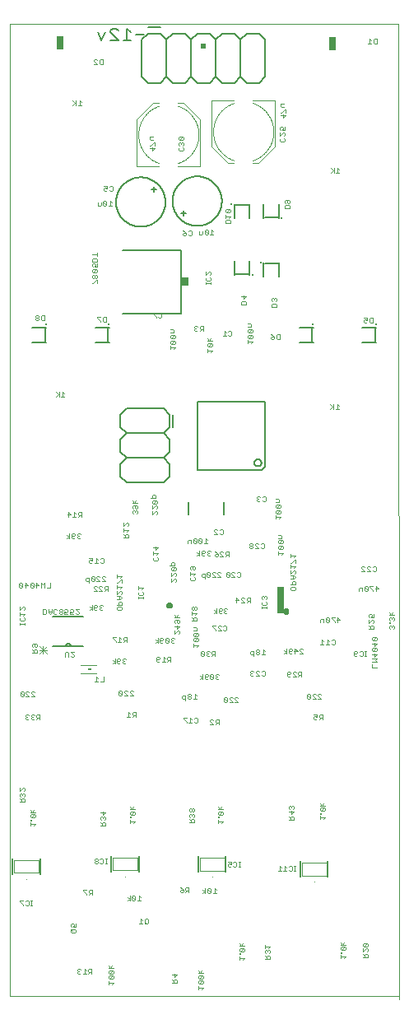
<source format=gbo>
G75*
%MOIN*%
%OFA0B0*%
%FSLAX25Y25*%
%IPPOS*%
%LPD*%
%AMOC8*
5,1,8,0,0,1.08239X$1,22.5*
%
%ADD10C,0.00000*%
%ADD11C,0.00800*%
%ADD12R,0.02677X0.05709*%
%ADD13R,0.02520X0.11063*%
%ADD14C,0.01600*%
%ADD15C,0.00400*%
%ADD16R,0.03000X0.03400*%
%ADD17C,0.00600*%
%ADD18R,0.02000X0.02000*%
%ADD19C,0.00039*%
%ADD20C,0.00500*%
%ADD21C,0.00295*%
%ADD22C,0.00891*%
%ADD23C,0.00300*%
%ADD24C,0.00276*%
%ADD25R,0.01575X0.00787*%
D10*
X0003081Y0002417D02*
X0160562Y0002417D01*
X0160837Y0001000D02*
X0160522Y0396000D01*
X0160562Y0396118D02*
X0003081Y0396118D01*
X0003081Y0002417D01*
D11*
X0075522Y0197378D02*
X0075522Y0202496D01*
X0065444Y0210409D02*
X0067944Y0212909D01*
X0067944Y0217909D01*
X0065444Y0220409D01*
X0050444Y0220409D01*
X0047944Y0217909D01*
X0047944Y0212909D01*
X0050444Y0210409D01*
X0065444Y0210409D01*
X0065444Y0220409D02*
X0067944Y0222909D01*
X0067944Y0227909D01*
X0065444Y0230409D01*
X0050444Y0230409D01*
X0047944Y0227909D01*
X0047944Y0222909D01*
X0050444Y0220409D01*
X0050444Y0230409D02*
X0047944Y0232909D01*
X0047944Y0237909D01*
X0050444Y0240409D01*
X0065444Y0240409D01*
X0067944Y0237909D01*
X0067944Y0232909D01*
X0065444Y0230409D01*
X0069263Y0232909D02*
X0069263Y0237909D01*
X0072310Y0278787D02*
X0072310Y0304591D01*
X0048710Y0304589D01*
X0048710Y0278789D02*
X0072310Y0278787D01*
X0094037Y0294383D02*
X0094037Y0300058D01*
X0094381Y0294752D02*
X0099893Y0294752D01*
X0100237Y0294383D02*
X0100237Y0300058D01*
X0105966Y0299586D02*
X0105966Y0293910D01*
X0106310Y0299217D02*
X0111822Y0299217D01*
X0112166Y0299586D02*
X0112166Y0293910D01*
X0120322Y0273234D02*
X0125998Y0273234D01*
X0125629Y0272890D02*
X0125629Y0267378D01*
X0125998Y0267034D02*
X0120322Y0267034D01*
X0112166Y0317335D02*
X0112166Y0323011D01*
X0111822Y0317705D02*
X0106310Y0317705D01*
X0105966Y0317335D02*
X0105966Y0323011D01*
X0100197Y0323247D02*
X0100197Y0317572D01*
X0099853Y0322878D02*
X0094341Y0322878D01*
X0093997Y0323247D02*
X0093997Y0317572D01*
X0064046Y0394720D02*
X0059046Y0394720D01*
X0057362Y0391863D02*
X0054160Y0391863D01*
X0052206Y0392664D02*
X0050604Y0394266D01*
X0050604Y0389461D01*
X0049003Y0389461D02*
X0052206Y0389461D01*
X0047049Y0389461D02*
X0043847Y0392664D01*
X0043847Y0393465D01*
X0044647Y0394266D01*
X0046249Y0394266D01*
X0047049Y0393465D01*
X0047049Y0389461D02*
X0043847Y0389461D01*
X0040292Y0389461D02*
X0041893Y0392664D01*
X0038690Y0392664D02*
X0040292Y0389461D01*
X0037645Y0273234D02*
X0043321Y0273234D01*
X0042952Y0272890D02*
X0042952Y0267378D01*
X0043321Y0267034D02*
X0037645Y0267034D01*
X0017730Y0267034D02*
X0012055Y0267034D01*
X0012055Y0273234D02*
X0017730Y0273234D01*
X0017361Y0272890D02*
X0017361Y0267378D01*
X0089696Y0202496D02*
X0089696Y0197378D01*
X0145913Y0267034D02*
X0151589Y0267034D01*
X0151219Y0267378D02*
X0151219Y0272890D01*
X0151589Y0273234D02*
X0145913Y0273234D01*
D12*
X0133908Y0388185D03*
X0023475Y0388303D03*
D13*
X0112767Y0162673D03*
D14*
X0114499Y0158323D02*
X0114501Y0158362D01*
X0114507Y0158401D01*
X0114517Y0158439D01*
X0114530Y0158476D01*
X0114547Y0158511D01*
X0114567Y0158545D01*
X0114591Y0158576D01*
X0114618Y0158605D01*
X0114647Y0158631D01*
X0114679Y0158654D01*
X0114713Y0158674D01*
X0114749Y0158690D01*
X0114786Y0158702D01*
X0114825Y0158711D01*
X0114864Y0158716D01*
X0114903Y0158717D01*
X0114942Y0158714D01*
X0114981Y0158707D01*
X0115018Y0158696D01*
X0115055Y0158682D01*
X0115090Y0158664D01*
X0115123Y0158643D01*
X0115154Y0158618D01*
X0115182Y0158591D01*
X0115207Y0158561D01*
X0115229Y0158528D01*
X0115248Y0158494D01*
X0115263Y0158458D01*
X0115275Y0158420D01*
X0115283Y0158382D01*
X0115287Y0158343D01*
X0115287Y0158303D01*
X0115283Y0158264D01*
X0115275Y0158226D01*
X0115263Y0158188D01*
X0115248Y0158152D01*
X0115229Y0158118D01*
X0115207Y0158085D01*
X0115182Y0158055D01*
X0115154Y0158028D01*
X0115123Y0158003D01*
X0115090Y0157982D01*
X0115055Y0157964D01*
X0115018Y0157950D01*
X0114981Y0157939D01*
X0114942Y0157932D01*
X0114903Y0157929D01*
X0114864Y0157930D01*
X0114825Y0157935D01*
X0114786Y0157944D01*
X0114749Y0157956D01*
X0114713Y0157972D01*
X0114679Y0157992D01*
X0114647Y0158015D01*
X0114618Y0158041D01*
X0114591Y0158070D01*
X0114567Y0158101D01*
X0114547Y0158135D01*
X0114530Y0158170D01*
X0114517Y0158207D01*
X0114507Y0158245D01*
X0114501Y0158284D01*
X0114499Y0158323D01*
X0067254Y0160685D02*
X0067256Y0160724D01*
X0067262Y0160763D01*
X0067272Y0160801D01*
X0067285Y0160838D01*
X0067302Y0160873D01*
X0067322Y0160907D01*
X0067346Y0160938D01*
X0067373Y0160967D01*
X0067402Y0160993D01*
X0067434Y0161016D01*
X0067468Y0161036D01*
X0067504Y0161052D01*
X0067541Y0161064D01*
X0067580Y0161073D01*
X0067619Y0161078D01*
X0067658Y0161079D01*
X0067697Y0161076D01*
X0067736Y0161069D01*
X0067773Y0161058D01*
X0067810Y0161044D01*
X0067845Y0161026D01*
X0067878Y0161005D01*
X0067909Y0160980D01*
X0067937Y0160953D01*
X0067962Y0160923D01*
X0067984Y0160890D01*
X0068003Y0160856D01*
X0068018Y0160820D01*
X0068030Y0160782D01*
X0068038Y0160744D01*
X0068042Y0160705D01*
X0068042Y0160665D01*
X0068038Y0160626D01*
X0068030Y0160588D01*
X0068018Y0160550D01*
X0068003Y0160514D01*
X0067984Y0160480D01*
X0067962Y0160447D01*
X0067937Y0160417D01*
X0067909Y0160390D01*
X0067878Y0160365D01*
X0067845Y0160344D01*
X0067810Y0160326D01*
X0067773Y0160312D01*
X0067736Y0160301D01*
X0067697Y0160294D01*
X0067658Y0160291D01*
X0067619Y0160292D01*
X0067580Y0160297D01*
X0067541Y0160306D01*
X0067504Y0160318D01*
X0067468Y0160334D01*
X0067434Y0160354D01*
X0067402Y0160377D01*
X0067373Y0160403D01*
X0067346Y0160432D01*
X0067322Y0160463D01*
X0067302Y0160497D01*
X0067285Y0160532D01*
X0067272Y0160569D01*
X0067262Y0160607D01*
X0067256Y0160646D01*
X0067254Y0160685D01*
D15*
X0069719Y0156645D02*
X0070386Y0155645D01*
X0071053Y0156645D01*
X0071720Y0155645D02*
X0069719Y0155645D01*
X0070052Y0154769D02*
X0069719Y0154436D01*
X0069719Y0153768D01*
X0070052Y0153435D01*
X0070719Y0153768D02*
X0070719Y0154769D01*
X0070052Y0154769D02*
X0071387Y0154769D01*
X0071720Y0154436D01*
X0071720Y0153768D01*
X0071387Y0153435D01*
X0071053Y0153435D01*
X0070719Y0153768D01*
X0070719Y0152559D02*
X0070719Y0151225D01*
X0071720Y0152226D01*
X0069719Y0152226D01*
X0069719Y0150349D02*
X0069719Y0149015D01*
X0071053Y0150349D01*
X0071387Y0150349D01*
X0071720Y0150016D01*
X0071720Y0149349D01*
X0071387Y0149015D01*
X0069719Y0147063D02*
X0069385Y0147396D01*
X0068718Y0147396D01*
X0068384Y0147063D01*
X0068384Y0146729D01*
X0068718Y0146395D01*
X0068384Y0146062D01*
X0068384Y0145728D01*
X0068718Y0145394D01*
X0069385Y0145394D01*
X0069719Y0145728D01*
X0069052Y0146395D02*
X0068718Y0146395D01*
X0067509Y0145728D02*
X0066175Y0147063D01*
X0066175Y0145728D01*
X0066508Y0145394D01*
X0067175Y0145394D01*
X0067509Y0145728D01*
X0067509Y0147063D01*
X0067175Y0147396D01*
X0066508Y0147396D01*
X0066175Y0147063D01*
X0065299Y0147063D02*
X0065299Y0146729D01*
X0064966Y0146395D01*
X0063965Y0146395D01*
X0063965Y0145728D02*
X0063965Y0147063D01*
X0064298Y0147396D01*
X0064966Y0147396D01*
X0065299Y0147063D01*
X0065299Y0145728D02*
X0064966Y0145394D01*
X0064298Y0145394D01*
X0063965Y0145728D01*
X0063089Y0145394D02*
X0063089Y0147396D01*
X0062088Y0146729D02*
X0063089Y0146062D01*
X0062088Y0145394D01*
X0062850Y0139758D02*
X0063518Y0139758D01*
X0063851Y0139425D01*
X0063851Y0139091D01*
X0063518Y0138758D01*
X0062517Y0138758D01*
X0062517Y0139425D02*
X0062517Y0138090D01*
X0062850Y0137757D01*
X0063518Y0137757D01*
X0063851Y0138090D01*
X0064727Y0137757D02*
X0066061Y0137757D01*
X0065394Y0137757D02*
X0065394Y0139758D01*
X0066061Y0139091D01*
X0066937Y0139425D02*
X0066937Y0138758D01*
X0067270Y0138424D01*
X0068271Y0138424D01*
X0067604Y0138424D02*
X0066937Y0137757D01*
X0068271Y0137757D02*
X0068271Y0139758D01*
X0067270Y0139758D01*
X0066937Y0139425D01*
X0062850Y0139758D02*
X0062517Y0139425D01*
X0052662Y0126058D02*
X0052995Y0125724D01*
X0052662Y0126058D02*
X0051995Y0126058D01*
X0051661Y0125724D01*
X0051661Y0125390D01*
X0052995Y0124056D01*
X0051661Y0124056D01*
X0050786Y0124056D02*
X0049451Y0125390D01*
X0049451Y0125724D01*
X0049785Y0126058D01*
X0050452Y0126058D01*
X0050786Y0125724D01*
X0050786Y0124056D02*
X0049451Y0124056D01*
X0048576Y0124390D02*
X0047241Y0125724D01*
X0047241Y0124390D01*
X0047575Y0124056D01*
X0048242Y0124056D01*
X0048576Y0124390D01*
X0048576Y0125724D01*
X0048242Y0126058D01*
X0047575Y0126058D01*
X0047241Y0125724D01*
X0051294Y0117436D02*
X0051294Y0115434D01*
X0051961Y0115434D02*
X0050627Y0115434D01*
X0051961Y0116768D02*
X0051294Y0117436D01*
X0052837Y0117102D02*
X0052837Y0116435D01*
X0053170Y0116101D01*
X0054171Y0116101D01*
X0053504Y0116101D02*
X0052837Y0115434D01*
X0054171Y0115434D02*
X0054171Y0117436D01*
X0053170Y0117436D01*
X0052837Y0117102D01*
X0049772Y0137125D02*
X0050106Y0137459D01*
X0049772Y0137125D02*
X0049105Y0137125D01*
X0048771Y0137459D01*
X0048771Y0137792D01*
X0049105Y0138126D01*
X0049439Y0138126D01*
X0049105Y0138126D02*
X0048771Y0138460D01*
X0048771Y0138793D01*
X0049105Y0139127D01*
X0049772Y0139127D01*
X0050106Y0138793D01*
X0047896Y0138793D02*
X0047896Y0138460D01*
X0047562Y0138126D01*
X0046562Y0138126D01*
X0046562Y0137459D02*
X0046562Y0138793D01*
X0046895Y0139127D01*
X0047562Y0139127D01*
X0047896Y0138793D01*
X0047896Y0137459D02*
X0047562Y0137125D01*
X0046895Y0137125D01*
X0046562Y0137459D01*
X0045686Y0137792D02*
X0044685Y0138460D01*
X0045686Y0139127D02*
X0045686Y0137125D01*
X0045686Y0137792D02*
X0044685Y0137125D01*
X0041100Y0131942D02*
X0041100Y0129940D01*
X0039766Y0129940D01*
X0038890Y0129940D02*
X0037556Y0129940D01*
X0038223Y0129940D02*
X0038223Y0131942D01*
X0038890Y0131275D01*
X0046080Y0146278D02*
X0044745Y0147612D01*
X0044745Y0147946D01*
X0046080Y0147946D01*
X0047622Y0147946D02*
X0047622Y0145944D01*
X0046955Y0145944D02*
X0048290Y0145944D01*
X0049165Y0145944D02*
X0049832Y0146611D01*
X0049499Y0146611D02*
X0050500Y0146611D01*
X0050500Y0145944D02*
X0050500Y0147946D01*
X0049499Y0147946D01*
X0049165Y0147612D01*
X0049165Y0146945D01*
X0049499Y0146611D01*
X0048290Y0147279D02*
X0047622Y0147946D01*
X0046080Y0146278D02*
X0046080Y0145944D01*
X0046855Y0158621D02*
X0046522Y0158955D01*
X0046522Y0159622D01*
X0046855Y0159956D01*
X0048190Y0159956D01*
X0048523Y0159622D01*
X0048523Y0158955D01*
X0048190Y0158621D01*
X0046855Y0158621D01*
X0046522Y0160831D02*
X0048523Y0160831D01*
X0048523Y0161832D01*
X0048190Y0162166D01*
X0047523Y0162166D01*
X0047189Y0161832D01*
X0047189Y0160831D01*
X0047523Y0163041D02*
X0047523Y0164375D01*
X0047856Y0164375D02*
X0046522Y0164375D01*
X0046522Y0165251D02*
X0047856Y0166585D01*
X0048190Y0166585D01*
X0048523Y0166252D01*
X0048523Y0165585D01*
X0048190Y0165251D01*
X0047856Y0164375D02*
X0048523Y0163708D01*
X0047856Y0163041D01*
X0046522Y0163041D01*
X0046522Y0165251D02*
X0046522Y0166585D01*
X0046522Y0167461D02*
X0046522Y0168795D01*
X0046522Y0168128D02*
X0048523Y0168128D01*
X0047856Y0167461D01*
X0048523Y0169671D02*
X0048523Y0171005D01*
X0048190Y0171005D01*
X0046855Y0169671D01*
X0046522Y0169671D01*
X0046522Y0171881D02*
X0046522Y0173215D01*
X0046522Y0172548D02*
X0048523Y0172548D01*
X0047856Y0171881D01*
X0042783Y0168536D02*
X0042783Y0166535D01*
X0042783Y0167202D02*
X0041782Y0167202D01*
X0041449Y0167535D01*
X0041449Y0168203D01*
X0041782Y0168536D01*
X0042783Y0168536D01*
X0042116Y0167202D02*
X0041449Y0166535D01*
X0040573Y0166535D02*
X0039239Y0167869D01*
X0039239Y0168203D01*
X0039572Y0168536D01*
X0040240Y0168536D01*
X0040573Y0168203D01*
X0040573Y0166535D02*
X0039239Y0166535D01*
X0038363Y0166535D02*
X0037029Y0167869D01*
X0037029Y0168203D01*
X0037362Y0168536D01*
X0038030Y0168536D01*
X0038363Y0168203D01*
X0038363Y0166535D02*
X0037029Y0166535D01*
X0035209Y0169726D02*
X0035209Y0171727D01*
X0034208Y0171727D01*
X0033874Y0171394D01*
X0033874Y0170727D01*
X0034208Y0170393D01*
X0035209Y0170393D01*
X0036084Y0170727D02*
X0036084Y0172061D01*
X0037418Y0170727D01*
X0037085Y0170393D01*
X0036418Y0170393D01*
X0036084Y0170727D01*
X0036084Y0172061D02*
X0036418Y0172395D01*
X0037085Y0172395D01*
X0037418Y0172061D01*
X0037418Y0170727D01*
X0038294Y0170393D02*
X0039628Y0170393D01*
X0038294Y0171727D01*
X0038294Y0172061D01*
X0038627Y0172395D01*
X0039295Y0172395D01*
X0039628Y0172061D01*
X0040504Y0172061D02*
X0040837Y0172395D01*
X0041505Y0172395D01*
X0041838Y0172061D01*
X0040504Y0172061D02*
X0040504Y0171727D01*
X0041838Y0170393D01*
X0040504Y0170393D01*
X0040717Y0177637D02*
X0040050Y0177637D01*
X0039716Y0177971D01*
X0038841Y0177637D02*
X0037506Y0177637D01*
X0038174Y0177637D02*
X0038174Y0179639D01*
X0038841Y0178971D01*
X0039716Y0179305D02*
X0040050Y0179639D01*
X0040717Y0179639D01*
X0041051Y0179305D01*
X0041051Y0177971D01*
X0040717Y0177637D01*
X0036631Y0177971D02*
X0036297Y0177637D01*
X0035630Y0177637D01*
X0035297Y0177971D01*
X0035297Y0178638D01*
X0035630Y0178971D01*
X0035964Y0178971D01*
X0036631Y0178638D01*
X0036631Y0179639D01*
X0035297Y0179639D01*
X0031386Y0187716D02*
X0031720Y0188049D01*
X0031386Y0187716D02*
X0030719Y0187716D01*
X0030386Y0188049D01*
X0030386Y0188383D01*
X0030719Y0188717D01*
X0031053Y0188717D01*
X0030719Y0188717D02*
X0030386Y0189050D01*
X0030386Y0189384D01*
X0030719Y0189717D01*
X0031386Y0189717D01*
X0031720Y0189384D01*
X0029510Y0189384D02*
X0029510Y0189050D01*
X0029177Y0188717D01*
X0028176Y0188717D01*
X0028176Y0189384D02*
X0028509Y0189717D01*
X0029177Y0189717D01*
X0029510Y0189384D01*
X0028176Y0189384D02*
X0028176Y0188049D01*
X0028509Y0187716D01*
X0029177Y0187716D01*
X0029510Y0188049D01*
X0027300Y0187716D02*
X0027300Y0189717D01*
X0026299Y0189050D02*
X0027300Y0188383D01*
X0026299Y0187716D01*
X0026693Y0196535D02*
X0026693Y0198536D01*
X0027694Y0197535D01*
X0026360Y0197535D01*
X0028569Y0196535D02*
X0029904Y0196535D01*
X0029237Y0196535D02*
X0029237Y0198536D01*
X0029904Y0197869D01*
X0030779Y0197535D02*
X0031113Y0197202D01*
X0032114Y0197202D01*
X0032114Y0196535D02*
X0032114Y0198536D01*
X0031113Y0198536D01*
X0030779Y0198203D01*
X0030779Y0197535D01*
X0031447Y0197202D02*
X0030779Y0196535D01*
X0019310Y0169680D02*
X0019310Y0167678D01*
X0017976Y0167678D01*
X0017100Y0167678D02*
X0017100Y0169680D01*
X0016433Y0169012D01*
X0015766Y0169680D01*
X0015766Y0167678D01*
X0014890Y0168679D02*
X0013556Y0168679D01*
X0013890Y0169680D02*
X0014890Y0168679D01*
X0013890Y0167678D02*
X0013890Y0169680D01*
X0012680Y0169346D02*
X0012347Y0169680D01*
X0011680Y0169680D01*
X0011346Y0169346D01*
X0012680Y0168012D01*
X0012347Y0167678D01*
X0011680Y0167678D01*
X0011346Y0168012D01*
X0011346Y0169346D01*
X0010471Y0168679D02*
X0009136Y0168679D01*
X0009470Y0169680D02*
X0010471Y0168679D01*
X0009470Y0167678D02*
X0009470Y0169680D01*
X0008261Y0169346D02*
X0007927Y0169680D01*
X0007260Y0169680D01*
X0006926Y0169346D01*
X0008261Y0168012D01*
X0007927Y0167678D01*
X0007260Y0167678D01*
X0006926Y0168012D01*
X0006926Y0169346D01*
X0008261Y0169346D02*
X0008261Y0168012D01*
X0012680Y0168012D02*
X0012680Y0169346D01*
X0008906Y0160061D02*
X0009240Y0159728D01*
X0009240Y0159060D01*
X0008906Y0158727D01*
X0008906Y0160061D02*
X0008573Y0160061D01*
X0007238Y0158727D01*
X0007238Y0160061D01*
X0007238Y0157851D02*
X0007238Y0156517D01*
X0007238Y0157184D02*
X0009240Y0157184D01*
X0008573Y0156517D01*
X0008906Y0155642D02*
X0009240Y0155308D01*
X0009240Y0154641D01*
X0008906Y0154307D01*
X0007572Y0154307D01*
X0007238Y0154641D01*
X0007238Y0155308D01*
X0007572Y0155642D01*
X0007238Y0153501D02*
X0007238Y0152834D01*
X0007238Y0153167D02*
X0009240Y0153167D01*
X0009240Y0152834D02*
X0009240Y0153501D01*
X0012414Y0145000D02*
X0013749Y0145000D01*
X0014082Y0144667D01*
X0014082Y0143999D01*
X0013749Y0143666D01*
X0013415Y0143666D01*
X0013082Y0143999D01*
X0013082Y0145000D01*
X0012414Y0145000D02*
X0012081Y0144667D01*
X0012081Y0143999D01*
X0012414Y0143666D01*
X0012081Y0142790D02*
X0012748Y0142123D01*
X0012748Y0142457D02*
X0012748Y0141456D01*
X0012081Y0141456D02*
X0014082Y0141456D01*
X0014082Y0142457D01*
X0013749Y0142790D01*
X0013082Y0142790D01*
X0012748Y0142457D01*
X0016453Y0157086D02*
X0017454Y0157086D01*
X0017788Y0157419D01*
X0017788Y0158754D01*
X0017454Y0159087D01*
X0016453Y0159087D01*
X0016453Y0157086D01*
X0018663Y0157753D02*
X0018663Y0159087D01*
X0018663Y0158087D02*
X0019998Y0158087D01*
X0019998Y0157753D02*
X0019998Y0159087D01*
X0020873Y0158754D02*
X0021207Y0159087D01*
X0021874Y0159087D01*
X0022207Y0158754D01*
X0023083Y0158754D02*
X0023416Y0159087D01*
X0024084Y0159087D01*
X0024417Y0158754D01*
X0024417Y0158420D01*
X0024084Y0158087D01*
X0023416Y0158087D01*
X0023083Y0157753D01*
X0023083Y0157419D01*
X0023416Y0157086D01*
X0024084Y0157086D01*
X0024417Y0157419D01*
X0024417Y0157753D01*
X0024084Y0158087D01*
X0023416Y0158087D02*
X0023083Y0158420D01*
X0023083Y0158754D01*
X0022207Y0157419D02*
X0021874Y0157086D01*
X0021207Y0157086D01*
X0020873Y0157419D01*
X0020873Y0158754D01*
X0019998Y0157753D02*
X0019330Y0157086D01*
X0018663Y0157753D01*
X0025293Y0158087D02*
X0025960Y0157753D01*
X0026294Y0157753D01*
X0026627Y0158087D01*
X0026627Y0158754D01*
X0026294Y0159087D01*
X0025626Y0159087D01*
X0025293Y0158754D01*
X0025293Y0158087D02*
X0025293Y0157086D01*
X0026627Y0157086D01*
X0027503Y0157086D02*
X0027503Y0158087D01*
X0028170Y0157753D01*
X0028503Y0157753D01*
X0028837Y0158087D01*
X0028837Y0158754D01*
X0028503Y0159087D01*
X0027836Y0159087D01*
X0027503Y0158754D01*
X0027503Y0157086D02*
X0028837Y0157086D01*
X0029712Y0157419D02*
X0030046Y0157086D01*
X0030713Y0157086D01*
X0031047Y0157419D01*
X0031047Y0157753D01*
X0029712Y0159087D01*
X0031047Y0159087D01*
X0035394Y0158897D02*
X0036395Y0159564D01*
X0035394Y0160231D01*
X0036395Y0160899D02*
X0036395Y0158897D01*
X0037270Y0159230D02*
X0037270Y0160565D01*
X0037604Y0160899D01*
X0038271Y0160899D01*
X0038605Y0160565D01*
X0038605Y0160231D01*
X0038271Y0159898D01*
X0037270Y0159898D01*
X0037270Y0159230D02*
X0037604Y0158897D01*
X0038271Y0158897D01*
X0038605Y0159230D01*
X0039480Y0159230D02*
X0039814Y0158897D01*
X0040481Y0158897D01*
X0040815Y0159230D01*
X0040147Y0159898D02*
X0039814Y0159898D01*
X0039480Y0159564D01*
X0039480Y0159230D01*
X0039814Y0159898D02*
X0039480Y0160231D01*
X0039480Y0160565D01*
X0039814Y0160899D01*
X0040481Y0160899D01*
X0040815Y0160565D01*
X0049169Y0188251D02*
X0051171Y0188251D01*
X0051171Y0189252D01*
X0050837Y0189586D01*
X0050170Y0189586D01*
X0049836Y0189252D01*
X0049836Y0188251D01*
X0049836Y0188919D02*
X0049169Y0189586D01*
X0049169Y0190461D02*
X0049169Y0191796D01*
X0049169Y0191129D02*
X0051171Y0191129D01*
X0050503Y0190461D01*
X0050837Y0192671D02*
X0051171Y0193005D01*
X0051171Y0193672D01*
X0050837Y0194006D01*
X0050503Y0194006D01*
X0049169Y0192671D01*
X0049169Y0194006D01*
X0052870Y0198008D02*
X0053203Y0197675D01*
X0052870Y0198008D02*
X0052870Y0198676D01*
X0053203Y0199009D01*
X0053537Y0199009D01*
X0053871Y0198676D01*
X0053871Y0198342D01*
X0053871Y0198676D02*
X0054204Y0199009D01*
X0054538Y0199009D01*
X0054871Y0198676D01*
X0054871Y0198008D01*
X0054538Y0197675D01*
X0054538Y0199885D02*
X0054204Y0199885D01*
X0053871Y0200218D01*
X0053871Y0201219D01*
X0054538Y0201219D02*
X0054871Y0200886D01*
X0054871Y0200218D01*
X0054538Y0199885D01*
X0054538Y0201219D02*
X0053203Y0201219D01*
X0052870Y0200886D01*
X0052870Y0200218D01*
X0053203Y0199885D01*
X0052870Y0202095D02*
X0054871Y0202095D01*
X0054204Y0203095D02*
X0053537Y0202095D01*
X0052870Y0203095D01*
X0060076Y0204089D02*
X0062078Y0204089D01*
X0062078Y0205089D01*
X0061745Y0205423D01*
X0061077Y0205423D01*
X0060744Y0205089D01*
X0060744Y0204089D01*
X0061077Y0203213D02*
X0060744Y0202879D01*
X0060744Y0202212D01*
X0061077Y0201879D01*
X0062412Y0203213D01*
X0061077Y0203213D01*
X0061077Y0201879D02*
X0062412Y0201879D01*
X0062745Y0202212D01*
X0062745Y0202879D01*
X0062412Y0203213D01*
X0062412Y0201003D02*
X0062745Y0200670D01*
X0062745Y0200002D01*
X0062412Y0199669D01*
X0062412Y0198793D02*
X0062745Y0198460D01*
X0062745Y0197792D01*
X0062412Y0197459D01*
X0062412Y0198793D02*
X0062078Y0198793D01*
X0060744Y0197459D01*
X0060744Y0198793D01*
X0060744Y0199669D02*
X0062078Y0201003D01*
X0062412Y0201003D01*
X0060744Y0201003D02*
X0060744Y0199669D01*
X0061981Y0184557D02*
X0061981Y0183222D01*
X0062982Y0184223D01*
X0060980Y0184223D01*
X0060980Y0182347D02*
X0060980Y0181012D01*
X0060980Y0181680D02*
X0062982Y0181680D01*
X0062314Y0181012D01*
X0062648Y0180137D02*
X0062982Y0179803D01*
X0062982Y0179136D01*
X0062648Y0178803D01*
X0061314Y0178803D01*
X0060980Y0179136D01*
X0060980Y0179803D01*
X0061314Y0180137D01*
X0057201Y0167696D02*
X0056533Y0167029D01*
X0056867Y0166153D02*
X0057201Y0165820D01*
X0057201Y0165153D01*
X0056867Y0164819D01*
X0055532Y0164819D01*
X0055199Y0165153D01*
X0055199Y0165820D01*
X0055532Y0166153D01*
X0055199Y0167029D02*
X0055199Y0168363D01*
X0055199Y0167696D02*
X0057201Y0167696D01*
X0057201Y0164013D02*
X0057201Y0163346D01*
X0057201Y0163679D02*
X0055199Y0163679D01*
X0055199Y0163346D02*
X0055199Y0164013D01*
X0067949Y0176904D02*
X0069951Y0176904D01*
X0069951Y0177905D01*
X0069617Y0178239D01*
X0068950Y0178239D01*
X0068616Y0177905D01*
X0068616Y0176904D01*
X0068950Y0176029D02*
X0068616Y0175695D01*
X0068616Y0175028D01*
X0068950Y0174695D01*
X0070284Y0176029D01*
X0068950Y0176029D01*
X0070284Y0176029D02*
X0070618Y0175695D01*
X0070618Y0175028D01*
X0070284Y0174695D01*
X0068950Y0174695D01*
X0068616Y0173819D02*
X0068616Y0172485D01*
X0069951Y0173819D01*
X0070284Y0173819D01*
X0070618Y0173486D01*
X0070618Y0172818D01*
X0070284Y0172485D01*
X0070284Y0171609D02*
X0070618Y0171276D01*
X0070618Y0170608D01*
X0070284Y0170275D01*
X0070284Y0171609D02*
X0069951Y0171609D01*
X0068616Y0170275D01*
X0068616Y0171609D01*
X0076254Y0171669D02*
X0076588Y0172003D01*
X0076254Y0171669D02*
X0076254Y0171002D01*
X0076588Y0170669D01*
X0077922Y0170669D01*
X0078256Y0171002D01*
X0078256Y0171669D01*
X0077922Y0172003D01*
X0077588Y0172878D02*
X0078256Y0173546D01*
X0076254Y0173546D01*
X0076254Y0174213D02*
X0076254Y0172878D01*
X0076588Y0175088D02*
X0076254Y0175422D01*
X0076254Y0176089D01*
X0076588Y0176423D01*
X0077922Y0176423D01*
X0078256Y0176089D01*
X0078256Y0175422D01*
X0077922Y0175088D01*
X0077588Y0175088D01*
X0077255Y0175422D01*
X0077255Y0176423D01*
X0078898Y0180826D02*
X0079899Y0181493D01*
X0078898Y0182160D01*
X0079899Y0182828D02*
X0079899Y0180826D01*
X0080774Y0181160D02*
X0080774Y0182494D01*
X0081108Y0182828D01*
X0081775Y0182828D01*
X0082109Y0182494D01*
X0082109Y0182160D01*
X0081775Y0181827D01*
X0080774Y0181827D01*
X0080774Y0181160D02*
X0081108Y0180826D01*
X0081775Y0180826D01*
X0082109Y0181160D01*
X0082984Y0181160D02*
X0083318Y0180826D01*
X0083985Y0180826D01*
X0084319Y0181160D01*
X0083651Y0181827D02*
X0083318Y0181827D01*
X0082984Y0181493D01*
X0082984Y0181160D01*
X0083318Y0181827D02*
X0082984Y0182160D01*
X0082984Y0182494D01*
X0083318Y0182828D01*
X0083985Y0182828D01*
X0084319Y0182494D01*
X0086045Y0182591D02*
X0086712Y0182258D01*
X0087379Y0181591D01*
X0086378Y0181591D01*
X0086045Y0181257D01*
X0086045Y0180923D01*
X0086378Y0180590D01*
X0087045Y0180590D01*
X0087379Y0180923D01*
X0087379Y0181591D01*
X0088254Y0181924D02*
X0088254Y0182258D01*
X0088588Y0182591D01*
X0089255Y0182591D01*
X0089589Y0182258D01*
X0090464Y0182258D02*
X0090464Y0181591D01*
X0090798Y0181257D01*
X0091799Y0181257D01*
X0091799Y0180590D02*
X0091799Y0182591D01*
X0090798Y0182591D01*
X0090464Y0182258D01*
X0091132Y0181257D02*
X0090464Y0180590D01*
X0089589Y0180590D02*
X0088254Y0181924D01*
X0088254Y0180590D02*
X0089589Y0180590D01*
X0091063Y0174127D02*
X0090730Y0173793D01*
X0092064Y0172459D01*
X0091730Y0172125D01*
X0091063Y0172125D01*
X0090730Y0172459D01*
X0090730Y0173793D01*
X0091063Y0174127D02*
X0091730Y0174127D01*
X0092064Y0173793D01*
X0092064Y0172459D01*
X0092940Y0172125D02*
X0094274Y0172125D01*
X0092940Y0173460D01*
X0092940Y0173793D01*
X0093273Y0174127D01*
X0093940Y0174127D01*
X0094274Y0173793D01*
X0095149Y0173793D02*
X0095483Y0174127D01*
X0096150Y0174127D01*
X0096484Y0173793D01*
X0096484Y0172459D01*
X0096150Y0172125D01*
X0095483Y0172125D01*
X0095149Y0172459D01*
X0094922Y0163694D02*
X0095922Y0162693D01*
X0094588Y0162693D01*
X0094922Y0161692D02*
X0094922Y0163694D01*
X0096798Y0163360D02*
X0096798Y0163027D01*
X0098132Y0161692D01*
X0096798Y0161692D01*
X0096798Y0163360D02*
X0097131Y0163694D01*
X0097799Y0163694D01*
X0098132Y0163360D01*
X0099008Y0163360D02*
X0099008Y0162693D01*
X0099341Y0162359D01*
X0100342Y0162359D01*
X0100342Y0161692D02*
X0100342Y0163694D01*
X0099341Y0163694D01*
X0099008Y0163360D01*
X0099675Y0162359D02*
X0099008Y0161692D01*
X0105238Y0161883D02*
X0105572Y0162216D01*
X0105238Y0161883D02*
X0105238Y0161216D01*
X0105572Y0160882D01*
X0106906Y0160882D01*
X0107240Y0161216D01*
X0107240Y0161883D01*
X0106906Y0162216D01*
X0106906Y0163092D02*
X0107240Y0163425D01*
X0107240Y0164093D01*
X0106906Y0164426D01*
X0106573Y0164426D01*
X0106239Y0164093D01*
X0105905Y0164426D01*
X0105572Y0164426D01*
X0105238Y0164093D01*
X0105238Y0163425D01*
X0105572Y0163092D01*
X0106239Y0163759D02*
X0106239Y0164093D01*
X0105238Y0160076D02*
X0105238Y0159409D01*
X0105238Y0159742D02*
X0107240Y0159742D01*
X0107240Y0159409D02*
X0107240Y0160076D01*
X0116640Y0167223D02*
X0116640Y0167890D01*
X0116973Y0168223D01*
X0118308Y0168223D01*
X0118641Y0167890D01*
X0118641Y0167223D01*
X0118308Y0166889D01*
X0116973Y0166889D01*
X0116640Y0167223D01*
X0116640Y0169099D02*
X0118641Y0169099D01*
X0118641Y0170100D01*
X0118308Y0170433D01*
X0117641Y0170433D01*
X0117307Y0170100D01*
X0117307Y0169099D01*
X0117641Y0171309D02*
X0117641Y0172643D01*
X0117974Y0172643D02*
X0116640Y0172643D01*
X0116640Y0173519D02*
X0117974Y0174853D01*
X0118308Y0174853D01*
X0118641Y0174519D01*
X0118641Y0173852D01*
X0118308Y0173519D01*
X0117974Y0172643D02*
X0118641Y0171976D01*
X0117974Y0171309D01*
X0116640Y0171309D01*
X0116640Y0173519D02*
X0116640Y0174853D01*
X0116640Y0175728D02*
X0116640Y0177063D01*
X0116640Y0176396D02*
X0118641Y0176396D01*
X0117974Y0175728D01*
X0118641Y0177938D02*
X0118641Y0179273D01*
X0118308Y0179273D01*
X0116973Y0177938D01*
X0116640Y0177938D01*
X0116640Y0180148D02*
X0116640Y0181483D01*
X0116640Y0180815D02*
X0118641Y0180815D01*
X0117974Y0180148D01*
X0113886Y0181926D02*
X0111884Y0181926D01*
X0111884Y0181259D02*
X0111884Y0182594D01*
X0112217Y0183469D02*
X0111884Y0183803D01*
X0111884Y0184470D01*
X0112217Y0184803D01*
X0113552Y0184803D01*
X0112217Y0183469D01*
X0113552Y0183469D01*
X0113886Y0183803D01*
X0113886Y0184470D01*
X0113552Y0184803D01*
X0113552Y0185679D02*
X0113886Y0186012D01*
X0113886Y0186680D01*
X0113552Y0187013D01*
X0112217Y0185679D01*
X0111884Y0186012D01*
X0111884Y0186680D01*
X0112217Y0187013D01*
X0113552Y0187013D01*
X0113218Y0187889D02*
X0113218Y0188890D01*
X0112885Y0189223D01*
X0111884Y0189223D01*
X0111884Y0187889D02*
X0113218Y0187889D01*
X0113552Y0185679D02*
X0112217Y0185679D01*
X0113886Y0181926D02*
X0113218Y0181259D01*
X0105988Y0184114D02*
X0105654Y0183780D01*
X0104987Y0183780D01*
X0104653Y0184114D01*
X0103778Y0183780D02*
X0102443Y0185115D01*
X0102443Y0185448D01*
X0102777Y0185782D01*
X0103444Y0185782D01*
X0103778Y0185448D01*
X0104653Y0185448D02*
X0104987Y0185782D01*
X0105654Y0185782D01*
X0105988Y0185448D01*
X0105988Y0184114D01*
X0103778Y0183780D02*
X0102443Y0183780D01*
X0101568Y0184114D02*
X0101568Y0184448D01*
X0101234Y0184781D01*
X0100567Y0184781D01*
X0100233Y0184448D01*
X0100233Y0184114D01*
X0100567Y0183780D01*
X0101234Y0183780D01*
X0101568Y0184114D01*
X0101234Y0184781D02*
X0101568Y0185115D01*
X0101568Y0185448D01*
X0101234Y0185782D01*
X0100567Y0185782D01*
X0100233Y0185448D01*
X0100233Y0185115D01*
X0100567Y0184781D01*
X0103568Y0202913D02*
X0104236Y0202913D01*
X0104569Y0203246D01*
X0105445Y0203246D02*
X0105778Y0202913D01*
X0106446Y0202913D01*
X0106779Y0203246D01*
X0106779Y0204581D01*
X0106446Y0204914D01*
X0105778Y0204914D01*
X0105445Y0204581D01*
X0104569Y0204581D02*
X0104236Y0204914D01*
X0103568Y0204914D01*
X0103235Y0204581D01*
X0103235Y0204247D01*
X0103568Y0203913D01*
X0103235Y0203580D01*
X0103235Y0203246D01*
X0103568Y0202913D01*
X0103568Y0203913D02*
X0103902Y0203913D01*
X0110921Y0203691D02*
X0111922Y0203691D01*
X0112255Y0203357D01*
X0112255Y0202356D01*
X0110921Y0202356D01*
X0111254Y0201481D02*
X0110921Y0201147D01*
X0110921Y0200480D01*
X0111254Y0200146D01*
X0112589Y0201481D01*
X0111254Y0201481D01*
X0111254Y0200146D02*
X0112589Y0200146D01*
X0112923Y0200480D01*
X0112923Y0201147D01*
X0112589Y0201481D01*
X0112589Y0199271D02*
X0111254Y0197936D01*
X0110921Y0198270D01*
X0110921Y0198937D01*
X0111254Y0199271D01*
X0112589Y0199271D01*
X0112923Y0198937D01*
X0112923Y0198270D01*
X0112589Y0197936D01*
X0111254Y0197936D01*
X0110921Y0197061D02*
X0110921Y0195727D01*
X0110921Y0196394D02*
X0112923Y0196394D01*
X0112255Y0195727D01*
X0129268Y0155272D02*
X0128934Y0154939D01*
X0128934Y0153938D01*
X0130269Y0153938D02*
X0130269Y0155272D01*
X0129268Y0155272D01*
X0131144Y0155606D02*
X0131144Y0154271D01*
X0131478Y0153938D01*
X0132145Y0153938D01*
X0132478Y0154271D01*
X0131144Y0155606D01*
X0131478Y0155940D01*
X0132145Y0155940D01*
X0132478Y0155606D01*
X0132478Y0154271D01*
X0133354Y0155606D02*
X0134688Y0154271D01*
X0134688Y0153938D01*
X0135897Y0153938D02*
X0135897Y0155940D01*
X0136898Y0154939D01*
X0135564Y0154939D01*
X0134688Y0155940D02*
X0133354Y0155940D01*
X0133354Y0155606D01*
X0133687Y0146727D02*
X0134355Y0146727D01*
X0134688Y0146393D01*
X0134688Y0145059D01*
X0134355Y0144725D01*
X0133687Y0144725D01*
X0133354Y0145059D01*
X0132478Y0144725D02*
X0131144Y0144725D01*
X0131811Y0144725D02*
X0131811Y0146727D01*
X0132478Y0146060D01*
X0133354Y0146393D02*
X0133687Y0146727D01*
X0130269Y0146060D02*
X0129601Y0146727D01*
X0129601Y0144725D01*
X0128934Y0144725D02*
X0130269Y0144725D01*
X0128961Y0124719D02*
X0128294Y0124719D01*
X0127960Y0124385D01*
X0127960Y0124052D01*
X0129295Y0122717D01*
X0127960Y0122717D01*
X0127085Y0122717D02*
X0125750Y0124052D01*
X0125750Y0124385D01*
X0126084Y0124719D01*
X0126751Y0124719D01*
X0127085Y0124385D01*
X0127085Y0122717D02*
X0125750Y0122717D01*
X0124875Y0123051D02*
X0123540Y0124385D01*
X0123540Y0123051D01*
X0123874Y0122717D01*
X0124541Y0122717D01*
X0124875Y0123051D01*
X0124875Y0124385D01*
X0124541Y0124719D01*
X0123874Y0124719D01*
X0123540Y0124385D01*
X0121184Y0131851D02*
X0121184Y0133853D01*
X0120184Y0133853D01*
X0119850Y0133519D01*
X0119850Y0132852D01*
X0120184Y0132518D01*
X0121184Y0132518D01*
X0120517Y0132518D02*
X0119850Y0131851D01*
X0118975Y0131851D02*
X0117640Y0133186D01*
X0117640Y0133519D01*
X0117974Y0133853D01*
X0118641Y0133853D01*
X0118975Y0133519D01*
X0118975Y0131851D02*
X0117640Y0131851D01*
X0116765Y0132185D02*
X0116431Y0131851D01*
X0115764Y0131851D01*
X0115430Y0132185D01*
X0115430Y0133519D01*
X0115764Y0133853D01*
X0116431Y0133853D01*
X0116765Y0133519D01*
X0116765Y0133186D01*
X0116431Y0132852D01*
X0115430Y0132852D01*
X0115215Y0141064D02*
X0115215Y0143065D01*
X0116091Y0142732D02*
X0116424Y0143065D01*
X0117091Y0143065D01*
X0117425Y0142732D01*
X0117425Y0142398D01*
X0117091Y0142065D01*
X0116091Y0142065D01*
X0116091Y0142732D02*
X0116091Y0141397D01*
X0116424Y0141064D01*
X0117091Y0141064D01*
X0117425Y0141397D01*
X0118301Y0142065D02*
X0119635Y0142065D01*
X0118634Y0143065D01*
X0118634Y0141064D01*
X0120510Y0141064D02*
X0121845Y0141064D01*
X0120510Y0142398D01*
X0120510Y0142732D01*
X0120844Y0143065D01*
X0121511Y0143065D01*
X0121845Y0142732D01*
X0115215Y0141731D02*
X0114214Y0142398D01*
X0115215Y0141731D02*
X0114214Y0141064D01*
X0106342Y0140867D02*
X0105007Y0140867D01*
X0105675Y0140867D02*
X0105675Y0142869D01*
X0106342Y0142201D01*
X0104132Y0142201D02*
X0104132Y0142535D01*
X0103798Y0142869D01*
X0103131Y0142869D01*
X0102798Y0142535D01*
X0102798Y0142201D01*
X0103131Y0141868D01*
X0103798Y0141868D01*
X0104132Y0142201D01*
X0103798Y0141868D02*
X0104132Y0141534D01*
X0104132Y0141201D01*
X0103798Y0140867D01*
X0103131Y0140867D01*
X0102798Y0141201D01*
X0102798Y0141534D01*
X0103131Y0141868D01*
X0101922Y0142201D02*
X0100921Y0142201D01*
X0100588Y0141868D01*
X0100588Y0141201D01*
X0100921Y0140867D01*
X0101922Y0140867D01*
X0101922Y0140200D02*
X0101922Y0142201D01*
X0101588Y0134050D02*
X0100921Y0134050D01*
X0100588Y0133716D01*
X0100588Y0133383D01*
X0100921Y0133049D01*
X0100588Y0132715D01*
X0100588Y0132382D01*
X0100921Y0132048D01*
X0101588Y0132048D01*
X0101922Y0132382D01*
X0102798Y0132048D02*
X0104132Y0132048D01*
X0102798Y0133383D01*
X0102798Y0133716D01*
X0103131Y0134050D01*
X0103798Y0134050D01*
X0104132Y0133716D01*
X0105007Y0133716D02*
X0105341Y0134050D01*
X0106008Y0134050D01*
X0106342Y0133716D01*
X0106342Y0132382D01*
X0106008Y0132048D01*
X0105341Y0132048D01*
X0105007Y0132382D01*
X0101922Y0133716D02*
X0101588Y0134050D01*
X0101255Y0133049D02*
X0100921Y0133049D01*
X0095181Y0123380D02*
X0095515Y0123047D01*
X0095181Y0123380D02*
X0094514Y0123380D01*
X0094181Y0123047D01*
X0094181Y0122713D01*
X0095515Y0121379D01*
X0094181Y0121379D01*
X0093305Y0121379D02*
X0091971Y0122713D01*
X0091971Y0123047D01*
X0092304Y0123380D01*
X0092972Y0123380D01*
X0093305Y0123047D01*
X0093305Y0121379D02*
X0091971Y0121379D01*
X0091095Y0121712D02*
X0089761Y0123047D01*
X0089761Y0121712D01*
X0090094Y0121379D01*
X0090762Y0121379D01*
X0091095Y0121712D01*
X0091095Y0123047D01*
X0090762Y0123380D01*
X0090094Y0123380D01*
X0089761Y0123047D01*
X0087489Y0130826D02*
X0087822Y0131160D01*
X0087489Y0130826D02*
X0086822Y0130826D01*
X0086488Y0131160D01*
X0086488Y0131493D01*
X0086822Y0131827D01*
X0087155Y0131827D01*
X0086822Y0131827D02*
X0086488Y0132160D01*
X0086488Y0132494D01*
X0086822Y0132828D01*
X0087489Y0132828D01*
X0087822Y0132494D01*
X0085613Y0132494D02*
X0085613Y0131160D01*
X0084278Y0132494D01*
X0084278Y0131160D01*
X0084612Y0130826D01*
X0085279Y0130826D01*
X0085613Y0131160D01*
X0085613Y0132494D02*
X0085279Y0132828D01*
X0084612Y0132828D01*
X0084278Y0132494D01*
X0083403Y0132494D02*
X0083403Y0132160D01*
X0083069Y0131827D01*
X0082068Y0131827D01*
X0082068Y0132494D02*
X0082402Y0132828D01*
X0083069Y0132828D01*
X0083403Y0132494D01*
X0083403Y0131160D02*
X0083069Y0130826D01*
X0082402Y0130826D01*
X0082068Y0131160D01*
X0082068Y0132494D01*
X0081193Y0132828D02*
X0081193Y0130826D01*
X0081193Y0131493D02*
X0080192Y0130826D01*
X0081193Y0131493D02*
X0080192Y0132160D01*
X0077997Y0124758D02*
X0077997Y0122757D01*
X0077330Y0122757D02*
X0078665Y0122757D01*
X0078665Y0124091D02*
X0077997Y0124758D01*
X0076455Y0124425D02*
X0076455Y0124091D01*
X0076121Y0123758D01*
X0075454Y0123758D01*
X0075120Y0123424D01*
X0075120Y0123090D01*
X0075454Y0122757D01*
X0076121Y0122757D01*
X0076455Y0123090D01*
X0076455Y0123424D01*
X0076121Y0123758D01*
X0075454Y0123758D02*
X0075120Y0124091D01*
X0075120Y0124425D01*
X0075454Y0124758D01*
X0076121Y0124758D01*
X0076455Y0124425D01*
X0074245Y0124091D02*
X0074245Y0122089D01*
X0074245Y0122757D02*
X0073244Y0122757D01*
X0072910Y0123090D01*
X0072910Y0123758D01*
X0073244Y0124091D01*
X0074245Y0124091D01*
X0074639Y0115152D02*
X0073304Y0115152D01*
X0073304Y0114818D01*
X0074639Y0113484D01*
X0074639Y0113150D01*
X0075514Y0113150D02*
X0076849Y0113150D01*
X0076181Y0113150D02*
X0076181Y0115152D01*
X0076849Y0114485D01*
X0077724Y0114818D02*
X0078058Y0115152D01*
X0078725Y0115152D01*
X0079058Y0114818D01*
X0079058Y0113484D01*
X0078725Y0113150D01*
X0078058Y0113150D01*
X0077724Y0113484D01*
X0084131Y0113776D02*
X0084131Y0114110D01*
X0084465Y0114443D01*
X0085132Y0114443D01*
X0085465Y0114110D01*
X0086341Y0114110D02*
X0086341Y0113443D01*
X0086674Y0113109D01*
X0087675Y0113109D01*
X0087008Y0113109D02*
X0086341Y0112442D01*
X0085465Y0112442D02*
X0084131Y0113776D01*
X0084131Y0112442D02*
X0085465Y0112442D01*
X0086341Y0114110D02*
X0086674Y0114443D01*
X0087675Y0114443D01*
X0087675Y0112442D01*
X0086248Y0140039D02*
X0086248Y0142040D01*
X0085247Y0142040D01*
X0084913Y0141707D01*
X0084913Y0141039D01*
X0085247Y0140706D01*
X0086248Y0140706D01*
X0085580Y0140706D02*
X0084913Y0140039D01*
X0084038Y0140372D02*
X0083704Y0140039D01*
X0083037Y0140039D01*
X0082703Y0140372D01*
X0082703Y0140706D01*
X0083037Y0141039D01*
X0083371Y0141039D01*
X0083037Y0141039D02*
X0082703Y0141373D01*
X0082703Y0141707D01*
X0083037Y0142040D01*
X0083704Y0142040D01*
X0084038Y0141707D01*
X0081828Y0141707D02*
X0081494Y0142040D01*
X0080827Y0142040D01*
X0080493Y0141707D01*
X0081828Y0140372D01*
X0081494Y0140039D01*
X0080827Y0140039D01*
X0080493Y0140372D01*
X0080493Y0141707D01*
X0081828Y0141707D02*
X0081828Y0140372D01*
X0078809Y0143818D02*
X0079476Y0144485D01*
X0077474Y0144485D01*
X0077474Y0143818D02*
X0077474Y0145153D01*
X0077808Y0146028D02*
X0079142Y0147362D01*
X0077808Y0147362D01*
X0077474Y0147029D01*
X0077474Y0146362D01*
X0077808Y0146028D01*
X0079142Y0146028D01*
X0079476Y0146362D01*
X0079476Y0147029D01*
X0079142Y0147362D01*
X0079142Y0148238D02*
X0079476Y0148571D01*
X0079476Y0149239D01*
X0079142Y0149572D01*
X0077808Y0148238D01*
X0077474Y0148571D01*
X0077474Y0149239D01*
X0077808Y0149572D01*
X0079142Y0149572D01*
X0078809Y0150448D02*
X0078809Y0151449D01*
X0078475Y0151782D01*
X0077474Y0151782D01*
X0077474Y0150448D02*
X0078809Y0150448D01*
X0079142Y0148238D02*
X0077808Y0148238D01*
X0077630Y0154527D02*
X0077630Y0155528D01*
X0077963Y0155861D01*
X0078631Y0155861D01*
X0078964Y0155528D01*
X0078964Y0154527D01*
X0076963Y0154527D01*
X0077630Y0155194D02*
X0076963Y0155861D01*
X0076963Y0156737D02*
X0076963Y0158071D01*
X0076963Y0157404D02*
X0078964Y0157404D01*
X0078297Y0156737D01*
X0078297Y0158947D02*
X0078631Y0158947D01*
X0078964Y0159280D01*
X0078964Y0159947D01*
X0078631Y0160281D01*
X0078297Y0160281D01*
X0077963Y0159947D01*
X0077963Y0159280D01*
X0078297Y0158947D01*
X0077963Y0159280D02*
X0077630Y0158947D01*
X0077296Y0158947D01*
X0076963Y0159280D01*
X0076963Y0159947D01*
X0077296Y0160281D01*
X0077630Y0160281D01*
X0077963Y0159947D01*
X0081980Y0171300D02*
X0081980Y0173302D01*
X0080979Y0173302D01*
X0080646Y0172969D01*
X0080646Y0172301D01*
X0080979Y0171968D01*
X0081980Y0171968D01*
X0082856Y0172301D02*
X0083189Y0171968D01*
X0083856Y0171968D01*
X0084190Y0172301D01*
X0082856Y0173636D01*
X0082856Y0172301D01*
X0084190Y0172301D02*
X0084190Y0173636D01*
X0083856Y0173969D01*
X0083189Y0173969D01*
X0082856Y0173636D01*
X0085065Y0173636D02*
X0085399Y0173969D01*
X0086066Y0173969D01*
X0086400Y0173636D01*
X0087275Y0173636D02*
X0087609Y0173969D01*
X0088276Y0173969D01*
X0088610Y0173636D01*
X0087275Y0173636D02*
X0087275Y0173302D01*
X0088610Y0171968D01*
X0087275Y0171968D01*
X0086400Y0171968D02*
X0085065Y0173302D01*
X0085065Y0173636D01*
X0085065Y0171968D02*
X0086400Y0171968D01*
X0086867Y0159599D02*
X0086867Y0157598D01*
X0086867Y0158265D02*
X0085866Y0158932D01*
X0086867Y0158265D02*
X0085866Y0157598D01*
X0086474Y0152395D02*
X0085139Y0152395D01*
X0085139Y0152061D01*
X0086474Y0150727D01*
X0086474Y0150393D01*
X0087349Y0150393D02*
X0088683Y0150393D01*
X0087349Y0151727D01*
X0087349Y0152061D01*
X0087683Y0152395D01*
X0088350Y0152395D01*
X0088683Y0152061D01*
X0089559Y0152061D02*
X0089892Y0152395D01*
X0090560Y0152395D01*
X0090893Y0152061D01*
X0090893Y0150727D01*
X0090560Y0150393D01*
X0089892Y0150393D01*
X0089559Y0150727D01*
X0090286Y0157598D02*
X0090953Y0157598D01*
X0091287Y0157931D01*
X0090620Y0158598D02*
X0090286Y0158598D01*
X0089953Y0158265D01*
X0089953Y0157931D01*
X0090286Y0157598D01*
X0090286Y0158598D02*
X0089953Y0158932D01*
X0089953Y0159266D01*
X0090286Y0159599D01*
X0090953Y0159599D01*
X0091287Y0159266D01*
X0089077Y0159266D02*
X0089077Y0158932D01*
X0088744Y0158598D01*
X0087743Y0158598D01*
X0087743Y0157931D02*
X0087743Y0159266D01*
X0088076Y0159599D01*
X0088744Y0159599D01*
X0089077Y0159266D01*
X0089077Y0157931D02*
X0088744Y0157598D01*
X0088076Y0157598D01*
X0087743Y0157931D01*
X0083157Y0185669D02*
X0081823Y0185669D01*
X0082490Y0185669D02*
X0082490Y0187670D01*
X0083157Y0187003D01*
X0085951Y0189566D02*
X0087286Y0189566D01*
X0085951Y0190901D01*
X0085951Y0191234D01*
X0086285Y0191568D01*
X0086952Y0191568D01*
X0087286Y0191234D01*
X0088161Y0191234D02*
X0088495Y0191568D01*
X0089162Y0191568D01*
X0089496Y0191234D01*
X0089496Y0189900D01*
X0089162Y0189566D01*
X0088495Y0189566D01*
X0088161Y0189900D01*
X0080947Y0187337D02*
X0080947Y0186002D01*
X0079613Y0187337D01*
X0079613Y0186002D01*
X0079946Y0185669D01*
X0080614Y0185669D01*
X0080947Y0186002D01*
X0080947Y0187337D02*
X0080614Y0187670D01*
X0079946Y0187670D01*
X0079613Y0187337D01*
X0078737Y0187337D02*
X0078737Y0186002D01*
X0077403Y0187337D01*
X0077403Y0186002D01*
X0077736Y0185669D01*
X0078404Y0185669D01*
X0078737Y0186002D01*
X0078737Y0187337D02*
X0078404Y0187670D01*
X0077736Y0187670D01*
X0077403Y0187337D01*
X0076527Y0187003D02*
X0075527Y0187003D01*
X0075193Y0186669D01*
X0075193Y0185669D01*
X0076527Y0185669D02*
X0076527Y0187003D01*
X0083203Y0263267D02*
X0083203Y0264601D01*
X0083203Y0263934D02*
X0085204Y0263934D01*
X0084537Y0263267D01*
X0084871Y0265477D02*
X0085204Y0265810D01*
X0085204Y0266478D01*
X0084871Y0266811D01*
X0083536Y0265477D01*
X0083203Y0265810D01*
X0083203Y0266478D01*
X0083536Y0266811D01*
X0084871Y0266811D01*
X0085204Y0267687D02*
X0083203Y0267687D01*
X0083870Y0267687D02*
X0084537Y0268688D01*
X0083870Y0267687D02*
X0083203Y0268688D01*
X0083536Y0265477D02*
X0084871Y0265477D01*
X0089308Y0269942D02*
X0090643Y0269942D01*
X0089975Y0269942D02*
X0089975Y0271943D01*
X0090643Y0271276D01*
X0091518Y0271610D02*
X0091852Y0271943D01*
X0092519Y0271943D01*
X0092852Y0271610D01*
X0092852Y0270275D01*
X0092519Y0269942D01*
X0091852Y0269942D01*
X0091518Y0270275D01*
X0096707Y0282578D02*
X0096707Y0283579D01*
X0097040Y0283912D01*
X0098375Y0283912D01*
X0098708Y0283579D01*
X0098708Y0282578D01*
X0096707Y0282578D01*
X0097708Y0284788D02*
X0097708Y0286122D01*
X0098708Y0285789D02*
X0097708Y0284788D01*
X0098708Y0285789D02*
X0096707Y0285789D01*
X0099307Y0274655D02*
X0100308Y0274655D01*
X0100641Y0274322D01*
X0100641Y0273321D01*
X0099307Y0273321D01*
X0099640Y0272445D02*
X0099307Y0272112D01*
X0099307Y0271445D01*
X0099640Y0271111D01*
X0100975Y0272445D01*
X0099640Y0272445D01*
X0099640Y0271111D02*
X0100975Y0271111D01*
X0101308Y0271445D01*
X0101308Y0272112D01*
X0100975Y0272445D01*
X0100975Y0270236D02*
X0099640Y0268901D01*
X0099307Y0269235D01*
X0099307Y0269902D01*
X0099640Y0270236D01*
X0100975Y0270236D01*
X0101308Y0269902D01*
X0101308Y0269235D01*
X0100975Y0268901D01*
X0099640Y0268901D01*
X0099307Y0268026D02*
X0099307Y0266691D01*
X0099307Y0267358D02*
X0101308Y0267358D01*
X0100641Y0266691D01*
X0108943Y0268896D02*
X0108943Y0269229D01*
X0109277Y0269563D01*
X0110278Y0269563D01*
X0110278Y0268896D01*
X0109944Y0268562D01*
X0109277Y0268562D01*
X0108943Y0268896D01*
X0109611Y0270230D02*
X0110278Y0269563D01*
X0109611Y0270230D02*
X0108943Y0270564D01*
X0111153Y0270230D02*
X0111487Y0270564D01*
X0112488Y0270564D01*
X0112488Y0268562D01*
X0111487Y0268562D01*
X0111153Y0268896D01*
X0111153Y0270230D01*
X0110993Y0281544D02*
X0108992Y0281544D01*
X0108992Y0282545D01*
X0109325Y0282878D01*
X0110660Y0282878D01*
X0110993Y0282545D01*
X0110993Y0281544D01*
X0110660Y0283754D02*
X0110993Y0284088D01*
X0110993Y0284755D01*
X0110660Y0285088D01*
X0110326Y0285088D01*
X0109993Y0284755D01*
X0109659Y0285088D01*
X0109325Y0285088D01*
X0108992Y0284755D01*
X0108992Y0284088D01*
X0109325Y0283754D01*
X0109993Y0284421D02*
X0109993Y0284755D01*
X0114463Y0321318D02*
X0114463Y0322319D01*
X0114796Y0322653D01*
X0116131Y0322653D01*
X0116464Y0322319D01*
X0116464Y0321318D01*
X0114463Y0321318D01*
X0114796Y0323528D02*
X0114463Y0323862D01*
X0114463Y0324529D01*
X0114796Y0324862D01*
X0116131Y0324862D01*
X0116464Y0324529D01*
X0116464Y0323862D01*
X0116131Y0323528D01*
X0115797Y0323528D01*
X0115463Y0323862D01*
X0115463Y0324862D01*
X0103790Y0339661D02*
X0110483Y0346354D01*
X0110483Y0365252D01*
X0101428Y0365252D01*
X0101428Y0364072D02*
X0101711Y0363977D01*
X0101992Y0363875D01*
X0102269Y0363766D01*
X0102545Y0363651D01*
X0102817Y0363529D01*
X0103086Y0363400D01*
X0103352Y0363265D01*
X0103614Y0363123D01*
X0103873Y0362975D01*
X0104129Y0362821D01*
X0104380Y0362660D01*
X0104628Y0362493D01*
X0104871Y0362321D01*
X0105110Y0362142D01*
X0105345Y0361958D01*
X0105575Y0361768D01*
X0105800Y0361572D01*
X0106020Y0361371D01*
X0106236Y0361165D01*
X0106446Y0360953D01*
X0106651Y0360737D01*
X0106851Y0360515D01*
X0107045Y0360288D01*
X0107234Y0360057D01*
X0107417Y0359822D01*
X0107594Y0359582D01*
X0107765Y0359337D01*
X0107930Y0359089D01*
X0108089Y0358836D01*
X0108242Y0358580D01*
X0108389Y0358320D01*
X0108529Y0358057D01*
X0108663Y0357790D01*
X0108790Y0357520D01*
X0108910Y0357247D01*
X0109024Y0356972D01*
X0109131Y0356693D01*
X0109231Y0356412D01*
X0109324Y0356129D01*
X0109411Y0355843D01*
X0109490Y0355555D01*
X0109562Y0355266D01*
X0109627Y0354975D01*
X0109685Y0354682D01*
X0109736Y0354388D01*
X0109780Y0354093D01*
X0109816Y0353797D01*
X0109845Y0353500D01*
X0109867Y0353202D01*
X0109882Y0352904D01*
X0109889Y0352606D01*
X0109889Y0352308D01*
X0109882Y0352010D01*
X0109867Y0351712D01*
X0109845Y0351414D01*
X0109816Y0351117D01*
X0109780Y0350821D01*
X0109736Y0350526D01*
X0109685Y0350232D01*
X0109627Y0349939D01*
X0109562Y0349648D01*
X0109490Y0349359D01*
X0109411Y0349071D01*
X0109324Y0348785D01*
X0109231Y0348502D01*
X0109131Y0348221D01*
X0109024Y0347942D01*
X0108910Y0347667D01*
X0108790Y0347394D01*
X0108663Y0347124D01*
X0108529Y0346857D01*
X0108389Y0346594D01*
X0108242Y0346334D01*
X0108089Y0346078D01*
X0107930Y0345825D01*
X0107765Y0345577D01*
X0107594Y0345332D01*
X0107417Y0345092D01*
X0107234Y0344857D01*
X0107045Y0344626D01*
X0106851Y0344399D01*
X0106651Y0344177D01*
X0106446Y0343961D01*
X0106236Y0343749D01*
X0106020Y0343543D01*
X0105800Y0343342D01*
X0105575Y0343146D01*
X0105345Y0342956D01*
X0105110Y0342772D01*
X0104871Y0342593D01*
X0104628Y0342421D01*
X0104380Y0342254D01*
X0104129Y0342093D01*
X0103873Y0341939D01*
X0103614Y0341791D01*
X0103352Y0341649D01*
X0103086Y0341514D01*
X0102817Y0341385D01*
X0102545Y0341263D01*
X0102269Y0341148D01*
X0101992Y0341039D01*
X0101711Y0340937D01*
X0101428Y0340842D01*
X0101428Y0339661D02*
X0103790Y0339661D01*
X0093948Y0340842D02*
X0093665Y0340937D01*
X0093384Y0341039D01*
X0093107Y0341148D01*
X0092831Y0341263D01*
X0092559Y0341385D01*
X0092290Y0341514D01*
X0092024Y0341649D01*
X0091762Y0341791D01*
X0091503Y0341939D01*
X0091247Y0342093D01*
X0090996Y0342254D01*
X0090748Y0342421D01*
X0090505Y0342593D01*
X0090266Y0342772D01*
X0090031Y0342956D01*
X0089801Y0343146D01*
X0089576Y0343342D01*
X0089356Y0343543D01*
X0089140Y0343749D01*
X0088930Y0343961D01*
X0088725Y0344177D01*
X0088525Y0344399D01*
X0088331Y0344626D01*
X0088142Y0344857D01*
X0087959Y0345092D01*
X0087782Y0345332D01*
X0087611Y0345577D01*
X0087446Y0345825D01*
X0087287Y0346078D01*
X0087134Y0346334D01*
X0086987Y0346594D01*
X0086847Y0346857D01*
X0086713Y0347124D01*
X0086586Y0347394D01*
X0086466Y0347667D01*
X0086352Y0347942D01*
X0086245Y0348221D01*
X0086145Y0348502D01*
X0086052Y0348785D01*
X0085965Y0349071D01*
X0085886Y0349359D01*
X0085814Y0349648D01*
X0085749Y0349939D01*
X0085691Y0350232D01*
X0085640Y0350526D01*
X0085596Y0350821D01*
X0085560Y0351117D01*
X0085531Y0351414D01*
X0085509Y0351712D01*
X0085494Y0352010D01*
X0085487Y0352308D01*
X0085487Y0352606D01*
X0085494Y0352904D01*
X0085509Y0353202D01*
X0085531Y0353500D01*
X0085560Y0353797D01*
X0085596Y0354093D01*
X0085640Y0354388D01*
X0085691Y0354682D01*
X0085749Y0354975D01*
X0085814Y0355266D01*
X0085886Y0355555D01*
X0085965Y0355843D01*
X0086052Y0356129D01*
X0086145Y0356412D01*
X0086245Y0356693D01*
X0086352Y0356972D01*
X0086466Y0357247D01*
X0086586Y0357520D01*
X0086713Y0357790D01*
X0086847Y0358057D01*
X0086987Y0358320D01*
X0087134Y0358580D01*
X0087287Y0358836D01*
X0087446Y0359089D01*
X0087611Y0359337D01*
X0087782Y0359582D01*
X0087959Y0359822D01*
X0088142Y0360057D01*
X0088331Y0360288D01*
X0088525Y0360515D01*
X0088725Y0360737D01*
X0088930Y0360953D01*
X0089140Y0361165D01*
X0089356Y0361371D01*
X0089576Y0361572D01*
X0089801Y0361768D01*
X0090031Y0361958D01*
X0090266Y0362142D01*
X0090505Y0362321D01*
X0090748Y0362493D01*
X0090996Y0362660D01*
X0091247Y0362821D01*
X0091503Y0362975D01*
X0091762Y0363123D01*
X0092024Y0363265D01*
X0092290Y0363400D01*
X0092559Y0363529D01*
X0092831Y0363651D01*
X0093107Y0363766D01*
X0093384Y0363875D01*
X0093665Y0363977D01*
X0093948Y0364072D01*
X0093948Y0365252D02*
X0084893Y0365252D01*
X0084893Y0346354D01*
X0091585Y0339661D01*
X0093948Y0339661D01*
X0091998Y0321112D02*
X0090664Y0319777D01*
X0090330Y0320111D01*
X0090330Y0320778D01*
X0090664Y0321112D01*
X0091998Y0321112D01*
X0092332Y0320778D01*
X0092332Y0320111D01*
X0091998Y0319777D01*
X0090664Y0319777D01*
X0090330Y0318902D02*
X0090330Y0317568D01*
X0090330Y0318235D02*
X0092332Y0318235D01*
X0091665Y0317568D01*
X0091998Y0316692D02*
X0092332Y0316359D01*
X0092332Y0315358D01*
X0090330Y0315358D01*
X0090330Y0316359D01*
X0090664Y0316692D01*
X0091998Y0316692D01*
X0085606Y0311977D02*
X0084938Y0312644D01*
X0084938Y0310643D01*
X0084271Y0310643D02*
X0085606Y0310643D01*
X0083396Y0310976D02*
X0082061Y0312311D01*
X0082061Y0310976D01*
X0082395Y0310643D01*
X0083062Y0310643D01*
X0083396Y0310976D01*
X0083396Y0312311D01*
X0083062Y0312644D01*
X0082395Y0312644D01*
X0082061Y0312311D01*
X0081186Y0311977D02*
X0081186Y0310976D01*
X0080852Y0310643D01*
X0079851Y0310643D01*
X0079851Y0311977D01*
X0076663Y0312063D02*
X0076663Y0310728D01*
X0076330Y0310394D01*
X0075663Y0310394D01*
X0075329Y0310728D01*
X0074454Y0310728D02*
X0074120Y0310394D01*
X0073453Y0310394D01*
X0073119Y0310728D01*
X0073119Y0311062D01*
X0073453Y0311395D01*
X0074454Y0311395D01*
X0074454Y0310728D01*
X0074454Y0311395D02*
X0073786Y0312063D01*
X0073119Y0312396D01*
X0075329Y0312063D02*
X0075663Y0312396D01*
X0076330Y0312396D01*
X0076663Y0312063D01*
X0082590Y0295805D02*
X0082590Y0294470D01*
X0083925Y0295805D01*
X0084258Y0295805D01*
X0084592Y0295471D01*
X0084592Y0294804D01*
X0084258Y0294470D01*
X0084258Y0293595D02*
X0084592Y0293261D01*
X0084592Y0292594D01*
X0084258Y0292261D01*
X0082924Y0292261D01*
X0082590Y0292594D01*
X0082590Y0293261D01*
X0082924Y0293595D01*
X0082590Y0291455D02*
X0082590Y0290787D01*
X0082590Y0291121D02*
X0084592Y0291121D01*
X0084592Y0290787D02*
X0084592Y0291455D01*
X0081425Y0273654D02*
X0080424Y0273654D01*
X0080090Y0273321D01*
X0080090Y0272654D01*
X0080424Y0272320D01*
X0081425Y0272320D01*
X0081425Y0271653D02*
X0081425Y0273654D01*
X0080758Y0272320D02*
X0080090Y0271653D01*
X0079215Y0271986D02*
X0078881Y0271653D01*
X0078214Y0271653D01*
X0077880Y0271986D01*
X0077880Y0272320D01*
X0078214Y0272654D01*
X0078548Y0272654D01*
X0078214Y0272654D02*
X0077880Y0272987D01*
X0077880Y0273321D01*
X0078214Y0273654D01*
X0078881Y0273654D01*
X0079215Y0273321D01*
X0070224Y0269810D02*
X0069891Y0270143D01*
X0068556Y0268809D01*
X0068222Y0269142D01*
X0068222Y0269810D01*
X0068556Y0270143D01*
X0069891Y0270143D01*
X0070224Y0269810D02*
X0070224Y0269142D01*
X0069891Y0268809D01*
X0068556Y0268809D01*
X0068556Y0267933D02*
X0068222Y0267600D01*
X0068222Y0266932D01*
X0068556Y0266599D01*
X0069891Y0267933D01*
X0068556Y0267933D01*
X0068556Y0266599D02*
X0069891Y0266599D01*
X0070224Y0266932D01*
X0070224Y0267600D01*
X0069891Y0267933D01*
X0070224Y0265056D02*
X0069557Y0264389D01*
X0070224Y0265056D02*
X0068222Y0265056D01*
X0068222Y0264389D02*
X0068222Y0265723D01*
X0068222Y0271019D02*
X0069557Y0271019D01*
X0069557Y0272019D01*
X0069223Y0272353D01*
X0068222Y0272353D01*
X0064271Y0277028D02*
X0063604Y0277028D01*
X0063270Y0277362D01*
X0062395Y0277362D02*
X0062395Y0277028D01*
X0062395Y0277362D02*
X0061060Y0278696D01*
X0061060Y0279030D01*
X0062395Y0279030D01*
X0063270Y0278696D02*
X0063604Y0279030D01*
X0064271Y0279030D01*
X0064604Y0278696D01*
X0064604Y0277362D01*
X0064271Y0277028D01*
X0044425Y0322566D02*
X0043090Y0322566D01*
X0043758Y0322566D02*
X0043758Y0324568D01*
X0044425Y0323901D01*
X0044327Y0328365D02*
X0043660Y0328365D01*
X0043327Y0328699D01*
X0042451Y0328699D02*
X0042118Y0328365D01*
X0041450Y0328365D01*
X0041117Y0328699D01*
X0041117Y0329366D01*
X0041450Y0329700D01*
X0041784Y0329700D01*
X0042451Y0329366D01*
X0042451Y0330367D01*
X0041117Y0330367D01*
X0043327Y0330033D02*
X0043660Y0330367D01*
X0044327Y0330367D01*
X0044661Y0330033D01*
X0044661Y0328699D01*
X0044327Y0328365D01*
X0041881Y0324568D02*
X0041214Y0324568D01*
X0040880Y0324234D01*
X0042215Y0322900D01*
X0041881Y0322566D01*
X0041214Y0322566D01*
X0040880Y0322900D01*
X0040880Y0324234D01*
X0040005Y0323901D02*
X0040005Y0322900D01*
X0039671Y0322566D01*
X0038671Y0322566D01*
X0038671Y0323901D01*
X0041881Y0324568D02*
X0042215Y0324234D01*
X0042215Y0322900D01*
X0038612Y0303451D02*
X0038612Y0302116D01*
X0038612Y0302783D02*
X0036610Y0302783D01*
X0036943Y0301241D02*
X0038278Y0301241D01*
X0038612Y0300907D01*
X0038612Y0299906D01*
X0036610Y0299906D01*
X0036610Y0300907D01*
X0036943Y0301241D01*
X0036943Y0299031D02*
X0036610Y0298697D01*
X0036610Y0298030D01*
X0036943Y0297696D01*
X0037611Y0297696D02*
X0037944Y0298364D01*
X0037944Y0298697D01*
X0037611Y0299031D01*
X0036943Y0299031D01*
X0037611Y0297696D02*
X0038612Y0297696D01*
X0038612Y0299031D01*
X0038278Y0296821D02*
X0036943Y0295486D01*
X0036610Y0295820D01*
X0036610Y0296487D01*
X0036943Y0296821D01*
X0038278Y0296821D01*
X0038612Y0296487D01*
X0038612Y0295820D01*
X0038278Y0295486D01*
X0036943Y0295486D01*
X0036943Y0294611D02*
X0036610Y0294277D01*
X0036610Y0293610D01*
X0036943Y0293277D01*
X0037277Y0293277D01*
X0037611Y0293610D01*
X0037611Y0294277D01*
X0037277Y0294611D01*
X0036943Y0294611D01*
X0037611Y0294277D02*
X0037944Y0294611D01*
X0038278Y0294611D01*
X0038612Y0294277D01*
X0038612Y0293610D01*
X0038278Y0293277D01*
X0037944Y0293277D01*
X0037611Y0293610D01*
X0038278Y0292401D02*
X0036943Y0291067D01*
X0036610Y0291067D01*
X0038612Y0291067D02*
X0038612Y0292401D01*
X0038278Y0292401D01*
X0038432Y0277414D02*
X0038432Y0277081D01*
X0039766Y0275746D01*
X0039766Y0275413D01*
X0040642Y0275746D02*
X0040642Y0277081D01*
X0040975Y0277414D01*
X0041976Y0277414D01*
X0041976Y0275413D01*
X0040975Y0275413D01*
X0040642Y0275746D01*
X0039766Y0277414D02*
X0038432Y0277414D01*
X0024557Y0247237D02*
X0024557Y0245235D01*
X0025224Y0245235D02*
X0023890Y0245235D01*
X0023014Y0245235D02*
X0023014Y0247237D01*
X0022681Y0246236D02*
X0021680Y0245235D01*
X0023014Y0245903D02*
X0021680Y0247237D01*
X0024557Y0247237D02*
X0025224Y0246570D01*
X0017173Y0276239D02*
X0016172Y0276239D01*
X0015838Y0276573D01*
X0015838Y0277907D01*
X0016172Y0278241D01*
X0017173Y0278241D01*
X0017173Y0276239D01*
X0014963Y0276573D02*
X0014963Y0276907D01*
X0014629Y0277240D01*
X0013962Y0277240D01*
X0013628Y0276907D01*
X0013628Y0276573D01*
X0013962Y0276239D01*
X0014629Y0276239D01*
X0014963Y0276573D01*
X0014629Y0277240D02*
X0014963Y0277574D01*
X0014963Y0277907D01*
X0014629Y0278241D01*
X0013962Y0278241D01*
X0013628Y0277907D01*
X0013628Y0277574D01*
X0013962Y0277240D01*
X0028462Y0362993D02*
X0029462Y0363994D01*
X0029796Y0363660D02*
X0028462Y0364995D01*
X0029796Y0364995D02*
X0029796Y0362993D01*
X0030672Y0362993D02*
X0032006Y0362993D01*
X0031339Y0362993D02*
X0031339Y0364995D01*
X0032006Y0364327D01*
X0037172Y0379783D02*
X0038506Y0379783D01*
X0037172Y0381117D01*
X0037172Y0381451D01*
X0037505Y0381784D01*
X0038173Y0381784D01*
X0038506Y0381451D01*
X0039382Y0381451D02*
X0039715Y0381784D01*
X0040716Y0381784D01*
X0040716Y0379783D01*
X0039715Y0379783D01*
X0039382Y0380116D01*
X0039382Y0381451D01*
X0061270Y0364110D02*
X0054578Y0357417D01*
X0054578Y0338520D01*
X0063633Y0338520D01*
X0060798Y0344625D02*
X0061799Y0345626D01*
X0059797Y0345626D01*
X0060798Y0345960D02*
X0060798Y0344625D01*
X0060131Y0346835D02*
X0059797Y0346835D01*
X0060131Y0346835D02*
X0061465Y0348170D01*
X0061799Y0348170D01*
X0061799Y0346835D01*
X0061132Y0349045D02*
X0060131Y0349045D01*
X0059797Y0349379D01*
X0059797Y0350379D01*
X0061132Y0350379D01*
X0061270Y0364110D02*
X0063633Y0364110D01*
X0063633Y0362930D02*
X0063350Y0362835D01*
X0063069Y0362733D01*
X0062792Y0362624D01*
X0062516Y0362509D01*
X0062244Y0362387D01*
X0061975Y0362258D01*
X0061709Y0362123D01*
X0061447Y0361981D01*
X0061188Y0361833D01*
X0060932Y0361679D01*
X0060681Y0361518D01*
X0060433Y0361351D01*
X0060190Y0361179D01*
X0059951Y0361000D01*
X0059716Y0360816D01*
X0059486Y0360626D01*
X0059261Y0360430D01*
X0059041Y0360229D01*
X0058825Y0360023D01*
X0058615Y0359811D01*
X0058410Y0359595D01*
X0058210Y0359373D01*
X0058016Y0359146D01*
X0057827Y0358915D01*
X0057644Y0358680D01*
X0057467Y0358440D01*
X0057296Y0358195D01*
X0057131Y0357947D01*
X0056972Y0357694D01*
X0056819Y0357438D01*
X0056672Y0357178D01*
X0056532Y0356915D01*
X0056398Y0356648D01*
X0056271Y0356378D01*
X0056151Y0356105D01*
X0056037Y0355830D01*
X0055930Y0355551D01*
X0055830Y0355270D01*
X0055737Y0354987D01*
X0055650Y0354701D01*
X0055571Y0354413D01*
X0055499Y0354124D01*
X0055434Y0353833D01*
X0055376Y0353540D01*
X0055325Y0353246D01*
X0055281Y0352951D01*
X0055245Y0352655D01*
X0055216Y0352358D01*
X0055194Y0352060D01*
X0055179Y0351762D01*
X0055172Y0351464D01*
X0055172Y0351166D01*
X0055179Y0350868D01*
X0055194Y0350570D01*
X0055216Y0350272D01*
X0055245Y0349975D01*
X0055281Y0349679D01*
X0055325Y0349384D01*
X0055376Y0349090D01*
X0055434Y0348797D01*
X0055499Y0348506D01*
X0055571Y0348217D01*
X0055650Y0347929D01*
X0055737Y0347643D01*
X0055830Y0347360D01*
X0055930Y0347079D01*
X0056037Y0346800D01*
X0056151Y0346525D01*
X0056271Y0346252D01*
X0056398Y0345982D01*
X0056532Y0345715D01*
X0056672Y0345452D01*
X0056819Y0345192D01*
X0056972Y0344936D01*
X0057131Y0344683D01*
X0057296Y0344435D01*
X0057467Y0344190D01*
X0057644Y0343950D01*
X0057827Y0343715D01*
X0058016Y0343484D01*
X0058210Y0343257D01*
X0058410Y0343035D01*
X0058615Y0342819D01*
X0058825Y0342607D01*
X0059041Y0342401D01*
X0059261Y0342200D01*
X0059486Y0342004D01*
X0059716Y0341814D01*
X0059951Y0341630D01*
X0060190Y0341451D01*
X0060433Y0341279D01*
X0060681Y0341112D01*
X0060932Y0340951D01*
X0061188Y0340797D01*
X0061447Y0340649D01*
X0061709Y0340507D01*
X0061975Y0340372D01*
X0062244Y0340243D01*
X0062516Y0340121D01*
X0062792Y0340006D01*
X0063069Y0339897D01*
X0063350Y0339795D01*
X0063633Y0339700D01*
X0071113Y0339700D02*
X0071396Y0339795D01*
X0071677Y0339897D01*
X0071954Y0340006D01*
X0072230Y0340121D01*
X0072502Y0340243D01*
X0072771Y0340372D01*
X0073037Y0340507D01*
X0073299Y0340649D01*
X0073558Y0340797D01*
X0073814Y0340951D01*
X0074065Y0341112D01*
X0074313Y0341279D01*
X0074556Y0341451D01*
X0074795Y0341630D01*
X0075030Y0341814D01*
X0075260Y0342004D01*
X0075485Y0342200D01*
X0075705Y0342401D01*
X0075921Y0342607D01*
X0076131Y0342819D01*
X0076336Y0343035D01*
X0076536Y0343257D01*
X0076730Y0343484D01*
X0076919Y0343715D01*
X0077102Y0343950D01*
X0077279Y0344190D01*
X0077450Y0344435D01*
X0077615Y0344683D01*
X0077774Y0344936D01*
X0077927Y0345192D01*
X0078074Y0345452D01*
X0078214Y0345715D01*
X0078348Y0345982D01*
X0078475Y0346252D01*
X0078595Y0346525D01*
X0078709Y0346800D01*
X0078816Y0347079D01*
X0078916Y0347360D01*
X0079009Y0347643D01*
X0079096Y0347929D01*
X0079175Y0348217D01*
X0079247Y0348506D01*
X0079312Y0348797D01*
X0079370Y0349090D01*
X0079421Y0349384D01*
X0079465Y0349679D01*
X0079501Y0349975D01*
X0079530Y0350272D01*
X0079552Y0350570D01*
X0079567Y0350868D01*
X0079574Y0351166D01*
X0079574Y0351464D01*
X0079567Y0351762D01*
X0079552Y0352060D01*
X0079530Y0352358D01*
X0079501Y0352655D01*
X0079465Y0352951D01*
X0079421Y0353246D01*
X0079370Y0353540D01*
X0079312Y0353833D01*
X0079247Y0354124D01*
X0079175Y0354413D01*
X0079096Y0354701D01*
X0079009Y0354987D01*
X0078916Y0355270D01*
X0078816Y0355551D01*
X0078709Y0355830D01*
X0078595Y0356105D01*
X0078475Y0356378D01*
X0078348Y0356648D01*
X0078214Y0356915D01*
X0078074Y0357178D01*
X0077927Y0357438D01*
X0077774Y0357694D01*
X0077615Y0357947D01*
X0077450Y0358195D01*
X0077279Y0358440D01*
X0077102Y0358680D01*
X0076919Y0358915D01*
X0076730Y0359146D01*
X0076536Y0359373D01*
X0076336Y0359595D01*
X0076131Y0359811D01*
X0075921Y0360023D01*
X0075705Y0360229D01*
X0075485Y0360430D01*
X0075260Y0360626D01*
X0075030Y0360816D01*
X0074795Y0361000D01*
X0074556Y0361179D01*
X0074313Y0361351D01*
X0074065Y0361518D01*
X0073814Y0361679D01*
X0073558Y0361833D01*
X0073299Y0361981D01*
X0073037Y0362123D01*
X0072771Y0362258D01*
X0072502Y0362387D01*
X0072230Y0362509D01*
X0071954Y0362624D01*
X0071677Y0362733D01*
X0071396Y0362835D01*
X0071113Y0362930D01*
X0071113Y0364110D02*
X0073475Y0364110D01*
X0080168Y0357417D01*
X0080168Y0338520D01*
X0071113Y0338520D01*
X0071843Y0344625D02*
X0071510Y0344959D01*
X0071510Y0345626D01*
X0071843Y0345960D01*
X0071843Y0346835D02*
X0071510Y0347169D01*
X0071510Y0347836D01*
X0071843Y0348170D01*
X0072177Y0348170D01*
X0072511Y0347836D01*
X0072511Y0347502D01*
X0072511Y0347836D02*
X0072844Y0348170D01*
X0073178Y0348170D01*
X0073512Y0347836D01*
X0073512Y0347169D01*
X0073178Y0346835D01*
X0073178Y0345960D02*
X0073512Y0345626D01*
X0073512Y0344959D01*
X0073178Y0344625D01*
X0071843Y0344625D01*
X0071843Y0349045D02*
X0073178Y0350379D01*
X0071843Y0350379D01*
X0071510Y0350046D01*
X0071510Y0349379D01*
X0071843Y0349045D01*
X0073178Y0349045D01*
X0073512Y0349379D01*
X0073512Y0350046D01*
X0073178Y0350379D01*
X0112417Y0350796D02*
X0113751Y0352130D01*
X0114085Y0352130D01*
X0114419Y0351797D01*
X0114419Y0351130D01*
X0114085Y0350796D01*
X0114085Y0349921D02*
X0114419Y0349587D01*
X0114419Y0348920D01*
X0114085Y0348586D01*
X0112751Y0348586D01*
X0112417Y0348920D01*
X0112417Y0349587D01*
X0112751Y0349921D01*
X0112417Y0350796D02*
X0112417Y0352130D01*
X0112751Y0353006D02*
X0112417Y0353339D01*
X0112417Y0354007D01*
X0112751Y0354340D01*
X0113418Y0354340D01*
X0113751Y0354007D01*
X0113751Y0353673D01*
X0113418Y0353006D01*
X0114419Y0353006D01*
X0114419Y0354340D01*
X0113713Y0358035D02*
X0113713Y0359369D01*
X0112712Y0359036D02*
X0114714Y0359036D01*
X0113713Y0358035D01*
X0113046Y0360245D02*
X0112712Y0360245D01*
X0113046Y0360245D02*
X0114380Y0361579D01*
X0114714Y0361579D01*
X0114714Y0360245D01*
X0114047Y0362455D02*
X0113046Y0362455D01*
X0112712Y0362788D01*
X0112712Y0363789D01*
X0114047Y0363789D01*
X0133018Y0337788D02*
X0134353Y0336454D01*
X0134019Y0336787D02*
X0133018Y0335787D01*
X0134353Y0335787D02*
X0134353Y0337788D01*
X0135895Y0337788D02*
X0135895Y0335787D01*
X0135228Y0335787D02*
X0136563Y0335787D01*
X0136563Y0337121D02*
X0135895Y0337788D01*
X0148195Y0388129D02*
X0149530Y0388129D01*
X0148863Y0388129D02*
X0148863Y0390131D01*
X0149530Y0389464D01*
X0150405Y0389797D02*
X0150405Y0388463D01*
X0150739Y0388129D01*
X0151740Y0388129D01*
X0151740Y0390131D01*
X0150739Y0390131D01*
X0150405Y0389797D01*
X0150007Y0277021D02*
X0149007Y0277021D01*
X0148673Y0276687D01*
X0148673Y0275353D01*
X0149007Y0275019D01*
X0150007Y0275019D01*
X0150007Y0277021D01*
X0147798Y0277021D02*
X0147798Y0276020D01*
X0147130Y0276353D01*
X0146797Y0276353D01*
X0146463Y0276020D01*
X0146463Y0275353D01*
X0146797Y0275019D01*
X0147464Y0275019D01*
X0147798Y0275353D01*
X0147798Y0277021D02*
X0146463Y0277021D01*
X0135738Y0242001D02*
X0135738Y0239999D01*
X0136405Y0239999D02*
X0135071Y0239999D01*
X0134195Y0239999D02*
X0134195Y0242001D01*
X0133862Y0241000D02*
X0132861Y0239999D01*
X0134195Y0240666D02*
X0132861Y0242001D01*
X0135738Y0242001D02*
X0136405Y0241334D01*
X0145906Y0176568D02*
X0146573Y0176568D01*
X0146907Y0176234D01*
X0147782Y0176234D02*
X0148116Y0176568D01*
X0148783Y0176568D01*
X0149116Y0176234D01*
X0149992Y0176234D02*
X0150326Y0176568D01*
X0150993Y0176568D01*
X0151326Y0176234D01*
X0151326Y0174900D01*
X0150993Y0174566D01*
X0150326Y0174566D01*
X0149992Y0174900D01*
X0149116Y0174566D02*
X0147782Y0175901D01*
X0147782Y0176234D01*
X0147782Y0174566D02*
X0149116Y0174566D01*
X0146907Y0174566D02*
X0145572Y0175901D01*
X0145572Y0176234D01*
X0145906Y0176568D01*
X0145572Y0174566D02*
X0146907Y0174566D01*
X0147087Y0168536D02*
X0146753Y0168203D01*
X0148088Y0166868D01*
X0147754Y0166535D01*
X0147087Y0166535D01*
X0146753Y0166868D01*
X0146753Y0168203D01*
X0147087Y0168536D02*
X0147754Y0168536D01*
X0148088Y0168203D01*
X0148088Y0166868D01*
X0148963Y0168203D02*
X0150298Y0166868D01*
X0150298Y0166535D01*
X0151507Y0166535D02*
X0151507Y0168536D01*
X0152507Y0167535D01*
X0151173Y0167535D01*
X0150298Y0168536D02*
X0148963Y0168536D01*
X0148963Y0168203D01*
X0145878Y0167869D02*
X0145878Y0166535D01*
X0145878Y0167869D02*
X0144877Y0167869D01*
X0144543Y0167535D01*
X0144543Y0166535D01*
X0148676Y0156958D02*
X0148342Y0156625D01*
X0148342Y0155958D01*
X0148676Y0155624D01*
X0149343Y0155624D02*
X0149677Y0156291D01*
X0149677Y0156625D01*
X0149343Y0156958D01*
X0148676Y0156958D01*
X0149343Y0155624D02*
X0150344Y0155624D01*
X0150344Y0156958D01*
X0150010Y0154749D02*
X0150344Y0154415D01*
X0150344Y0153748D01*
X0150010Y0153414D01*
X0150010Y0152539D02*
X0149343Y0152539D01*
X0149009Y0152205D01*
X0149009Y0151204D01*
X0148342Y0151204D02*
X0150344Y0151204D01*
X0150344Y0152205D01*
X0150010Y0152539D01*
X0149009Y0151871D02*
X0148342Y0152539D01*
X0148342Y0153414D02*
X0149677Y0154749D01*
X0150010Y0154749D01*
X0148342Y0154749D02*
X0148342Y0153414D01*
X0150288Y0147816D02*
X0149955Y0147483D01*
X0149955Y0146815D01*
X0150288Y0146482D01*
X0151623Y0147816D01*
X0150288Y0147816D01*
X0150288Y0146482D02*
X0151623Y0146482D01*
X0151956Y0146815D01*
X0151956Y0147483D01*
X0151623Y0147816D01*
X0150956Y0145606D02*
X0150956Y0144272D01*
X0151956Y0145273D01*
X0149955Y0145273D01*
X0150288Y0143396D02*
X0149955Y0143063D01*
X0149955Y0142396D01*
X0150288Y0142062D01*
X0151623Y0143396D01*
X0150288Y0143396D01*
X0150288Y0142062D02*
X0151623Y0142062D01*
X0151956Y0142396D01*
X0151956Y0143063D01*
X0151623Y0143396D01*
X0150956Y0141187D02*
X0150956Y0139852D01*
X0151956Y0140853D01*
X0149955Y0140853D01*
X0149955Y0138977D02*
X0151956Y0138977D01*
X0151289Y0138309D01*
X0151956Y0137642D01*
X0149955Y0137642D01*
X0149955Y0136767D02*
X0149955Y0135432D01*
X0151956Y0135432D01*
X0147574Y0140198D02*
X0146907Y0140198D01*
X0147240Y0140198D02*
X0147240Y0142199D01*
X0146907Y0142199D02*
X0147574Y0142199D01*
X0146100Y0141866D02*
X0146100Y0140531D01*
X0145767Y0140198D01*
X0145100Y0140198D01*
X0144766Y0140531D01*
X0143891Y0140531D02*
X0143557Y0140198D01*
X0142890Y0140198D01*
X0142556Y0140531D01*
X0142556Y0141866D01*
X0142890Y0142199D01*
X0143557Y0142199D01*
X0143891Y0141866D01*
X0143891Y0141532D01*
X0143557Y0141198D01*
X0142556Y0141198D01*
X0144766Y0141866D02*
X0145100Y0142199D01*
X0145767Y0142199D01*
X0146100Y0141866D01*
X0156767Y0151589D02*
X0157101Y0151255D01*
X0156767Y0151589D02*
X0156767Y0152256D01*
X0157101Y0152589D01*
X0157435Y0152589D01*
X0157768Y0152256D01*
X0157768Y0151922D01*
X0157768Y0152256D02*
X0158102Y0152589D01*
X0158435Y0152589D01*
X0158769Y0152256D01*
X0158769Y0151589D01*
X0158435Y0151255D01*
X0157101Y0153465D02*
X0157101Y0153798D01*
X0156767Y0153798D01*
X0156767Y0153465D01*
X0157101Y0153465D01*
X0157101Y0154570D02*
X0156767Y0154903D01*
X0156767Y0155571D01*
X0157101Y0155904D01*
X0157435Y0155904D01*
X0157768Y0155571D01*
X0157768Y0155237D01*
X0157768Y0155571D02*
X0158102Y0155904D01*
X0158435Y0155904D01*
X0158769Y0155571D01*
X0158769Y0154903D01*
X0158435Y0154570D01*
X0158769Y0156780D02*
X0156767Y0156780D01*
X0157435Y0156780D02*
X0158102Y0157781D01*
X0157435Y0156780D02*
X0156767Y0157781D01*
X0128961Y0124719D02*
X0129295Y0124385D01*
X0129723Y0116491D02*
X0128722Y0116491D01*
X0128388Y0116157D01*
X0128388Y0115490D01*
X0128722Y0115156D01*
X0129723Y0115156D01*
X0129723Y0114489D02*
X0129723Y0116491D01*
X0129055Y0115156D02*
X0128388Y0114489D01*
X0127513Y0114823D02*
X0127179Y0114489D01*
X0126512Y0114489D01*
X0126178Y0114823D01*
X0126178Y0115490D01*
X0126512Y0115823D01*
X0126845Y0115823D01*
X0127513Y0115490D01*
X0127513Y0116491D01*
X0126178Y0116491D01*
X0128696Y0080576D02*
X0129364Y0079575D01*
X0130031Y0080576D01*
X0130698Y0079575D02*
X0128696Y0079575D01*
X0129030Y0078700D02*
X0128696Y0078366D01*
X0128696Y0077699D01*
X0129030Y0077365D01*
X0130365Y0078700D01*
X0129030Y0078700D01*
X0130365Y0078700D02*
X0130698Y0078366D01*
X0130698Y0077699D01*
X0130365Y0077365D01*
X0129030Y0077365D01*
X0129030Y0076594D02*
X0128696Y0076594D01*
X0128696Y0076260D01*
X0129030Y0076260D01*
X0129030Y0076594D01*
X0128696Y0075385D02*
X0128696Y0074050D01*
X0128696Y0074717D02*
X0130698Y0074717D01*
X0130031Y0074050D01*
X0118866Y0055249D02*
X0118199Y0055249D01*
X0118532Y0055249D02*
X0118532Y0053247D01*
X0118199Y0053247D02*
X0118866Y0053247D01*
X0117392Y0053581D02*
X0117059Y0053247D01*
X0116392Y0053247D01*
X0116058Y0053581D01*
X0115183Y0053247D02*
X0113848Y0053247D01*
X0114515Y0053247D02*
X0114515Y0055249D01*
X0115183Y0054582D01*
X0116058Y0054915D02*
X0116392Y0055249D01*
X0117059Y0055249D01*
X0117392Y0054915D01*
X0117392Y0053581D01*
X0112973Y0053247D02*
X0111638Y0053247D01*
X0112305Y0053247D02*
X0112305Y0055249D01*
X0112973Y0054582D01*
X0116295Y0073842D02*
X0118297Y0073842D01*
X0118297Y0074843D01*
X0117963Y0075176D01*
X0117296Y0075176D01*
X0116962Y0074843D01*
X0116962Y0073842D01*
X0116962Y0074509D02*
X0116295Y0075176D01*
X0117296Y0076052D02*
X0117296Y0077386D01*
X0118297Y0077053D02*
X0117296Y0076052D01*
X0116295Y0077053D02*
X0118297Y0077053D01*
X0117963Y0078262D02*
X0118297Y0078595D01*
X0118297Y0079263D01*
X0117963Y0079596D01*
X0117629Y0079596D01*
X0117296Y0079263D01*
X0116962Y0079596D01*
X0116628Y0079596D01*
X0116295Y0079263D01*
X0116295Y0078595D01*
X0116628Y0078262D01*
X0117296Y0078929D02*
X0117296Y0079263D01*
X0096346Y0056745D02*
X0095679Y0056745D01*
X0096012Y0056745D02*
X0096012Y0054743D01*
X0095679Y0054743D02*
X0096346Y0054743D01*
X0094873Y0055077D02*
X0094873Y0056411D01*
X0094539Y0056745D01*
X0093872Y0056745D01*
X0093538Y0056411D01*
X0092663Y0056745D02*
X0092663Y0055744D01*
X0091996Y0056078D01*
X0091662Y0056078D01*
X0091328Y0055744D01*
X0091328Y0055077D01*
X0091662Y0054743D01*
X0092329Y0054743D01*
X0092663Y0055077D01*
X0093538Y0055077D02*
X0093872Y0054743D01*
X0094539Y0054743D01*
X0094873Y0055077D01*
X0092663Y0056745D02*
X0091328Y0056745D01*
X0086015Y0045979D02*
X0086682Y0045312D01*
X0086015Y0045979D02*
X0086015Y0043977D01*
X0086682Y0043977D02*
X0085348Y0043977D01*
X0084472Y0044311D02*
X0083138Y0045645D01*
X0083138Y0044311D01*
X0083471Y0043977D01*
X0084139Y0043977D01*
X0084472Y0044311D01*
X0084472Y0045645D01*
X0084139Y0045979D01*
X0083471Y0045979D01*
X0083138Y0045645D01*
X0082262Y0045979D02*
X0082262Y0043977D01*
X0082262Y0044644D02*
X0081262Y0045312D01*
X0082262Y0044644D02*
X0081262Y0043977D01*
X0075628Y0044371D02*
X0075628Y0046373D01*
X0074627Y0046373D01*
X0074294Y0046039D01*
X0074294Y0045372D01*
X0074627Y0045038D01*
X0075628Y0045038D01*
X0074961Y0045038D02*
X0074294Y0044371D01*
X0073418Y0044704D02*
X0073085Y0044371D01*
X0072417Y0044371D01*
X0072084Y0044704D01*
X0072084Y0045038D01*
X0072417Y0045372D01*
X0073418Y0045372D01*
X0073418Y0044704D01*
X0073418Y0045372D02*
X0072751Y0046039D01*
X0072084Y0046373D01*
X0075704Y0072622D02*
X0077706Y0072622D01*
X0077706Y0073622D01*
X0077372Y0073956D01*
X0076705Y0073956D01*
X0076372Y0073622D01*
X0076372Y0072622D01*
X0076372Y0073289D02*
X0075704Y0073956D01*
X0076038Y0074831D02*
X0075704Y0075165D01*
X0075704Y0075832D01*
X0076038Y0076166D01*
X0076372Y0076166D01*
X0076705Y0075832D01*
X0076705Y0075499D01*
X0076705Y0075832D02*
X0077039Y0076166D01*
X0077372Y0076166D01*
X0077706Y0075832D01*
X0077706Y0075165D01*
X0077372Y0074831D01*
X0077372Y0077041D02*
X0077039Y0077041D01*
X0076705Y0077375D01*
X0076705Y0078042D01*
X0076372Y0078376D01*
X0076038Y0078376D01*
X0075704Y0078042D01*
X0075704Y0077375D01*
X0076038Y0077041D01*
X0076372Y0077041D01*
X0076705Y0077375D01*
X0076705Y0078042D02*
X0077039Y0078376D01*
X0077372Y0078376D01*
X0077706Y0078042D01*
X0077706Y0077375D01*
X0077372Y0077041D01*
X0087437Y0076870D02*
X0087437Y0076203D01*
X0087770Y0075869D01*
X0089105Y0077203D01*
X0087770Y0077203D01*
X0087437Y0076870D01*
X0087770Y0075869D02*
X0089105Y0075869D01*
X0089438Y0076203D01*
X0089438Y0076870D01*
X0089105Y0077203D01*
X0089438Y0078079D02*
X0087437Y0078079D01*
X0088104Y0078079D02*
X0087437Y0079080D01*
X0088104Y0078079D02*
X0088771Y0079080D01*
X0087770Y0075098D02*
X0087437Y0075098D01*
X0087437Y0074764D01*
X0087770Y0074764D01*
X0087770Y0075098D01*
X0087437Y0073889D02*
X0087437Y0072554D01*
X0087437Y0073221D02*
X0089438Y0073221D01*
X0088771Y0072554D01*
X0096018Y0023651D02*
X0096685Y0022650D01*
X0097352Y0023651D01*
X0098019Y0022650D02*
X0096018Y0022650D01*
X0096351Y0021774D02*
X0096018Y0021441D01*
X0096018Y0020774D01*
X0096351Y0020440D01*
X0097686Y0021774D01*
X0096351Y0021774D01*
X0096351Y0020440D02*
X0097686Y0020440D01*
X0098019Y0020774D01*
X0098019Y0021441D01*
X0097686Y0021774D01*
X0096351Y0019669D02*
X0096018Y0019669D01*
X0096018Y0019335D01*
X0096351Y0019335D01*
X0096351Y0019669D01*
X0096018Y0018460D02*
X0096018Y0017125D01*
X0096018Y0017792D02*
X0098019Y0017792D01*
X0097352Y0017125D01*
X0106411Y0017519D02*
X0108413Y0017519D01*
X0108413Y0018520D01*
X0108080Y0018853D01*
X0107412Y0018853D01*
X0107079Y0018520D01*
X0107079Y0017519D01*
X0107079Y0018186D02*
X0106411Y0018853D01*
X0106745Y0019729D02*
X0106411Y0020062D01*
X0106411Y0020730D01*
X0106745Y0021063D01*
X0107079Y0021063D01*
X0107412Y0020730D01*
X0107412Y0020396D01*
X0107412Y0020730D02*
X0107746Y0021063D01*
X0108080Y0021063D01*
X0108413Y0020730D01*
X0108413Y0020062D01*
X0108080Y0019729D01*
X0107746Y0021939D02*
X0108413Y0022606D01*
X0106411Y0022606D01*
X0106411Y0021939D02*
X0106411Y0023273D01*
X0081486Y0011740D02*
X0079484Y0011740D01*
X0080151Y0011740D02*
X0079484Y0012741D01*
X0080151Y0011740D02*
X0080818Y0012741D01*
X0081152Y0010865D02*
X0079817Y0009530D01*
X0079484Y0009864D01*
X0079484Y0010531D01*
X0079817Y0010865D01*
X0081152Y0010865D01*
X0081486Y0010531D01*
X0081486Y0009864D01*
X0081152Y0009530D01*
X0079817Y0009530D01*
X0079817Y0008655D02*
X0079484Y0008321D01*
X0079484Y0007654D01*
X0079817Y0007321D01*
X0081152Y0008655D01*
X0079817Y0008655D01*
X0079817Y0007321D02*
X0081152Y0007321D01*
X0081486Y0007654D01*
X0081486Y0008321D01*
X0081152Y0008655D01*
X0079484Y0006445D02*
X0079484Y0005111D01*
X0079484Y0005778D02*
X0081486Y0005778D01*
X0080818Y0005111D01*
X0070816Y0007942D02*
X0070816Y0008942D01*
X0070483Y0009276D01*
X0069815Y0009276D01*
X0069482Y0008942D01*
X0069482Y0007942D01*
X0069482Y0008609D02*
X0068815Y0009276D01*
X0069815Y0010152D02*
X0069815Y0011486D01*
X0068815Y0011152D02*
X0070816Y0011152D01*
X0069815Y0010152D01*
X0068815Y0007942D02*
X0070816Y0007942D01*
X0058798Y0031694D02*
X0059132Y0032027D01*
X0059132Y0033362D01*
X0058798Y0033695D01*
X0058131Y0033695D01*
X0057798Y0033362D01*
X0057798Y0032027D01*
X0058131Y0031694D01*
X0058798Y0031694D01*
X0058465Y0032361D02*
X0057798Y0031694D01*
X0056922Y0031694D02*
X0055588Y0031694D01*
X0056255Y0031694D02*
X0056255Y0033695D01*
X0056922Y0033028D01*
X0056092Y0041024D02*
X0054757Y0041024D01*
X0055424Y0041024D02*
X0055424Y0043026D01*
X0056092Y0042359D01*
X0053882Y0042692D02*
X0053548Y0043026D01*
X0052881Y0043026D01*
X0052547Y0042692D01*
X0053882Y0041358D01*
X0053548Y0041024D01*
X0052881Y0041024D01*
X0052547Y0041358D01*
X0052547Y0042692D01*
X0051672Y0043026D02*
X0051672Y0041024D01*
X0051672Y0041692D02*
X0050671Y0042359D01*
X0051672Y0041692D02*
X0050671Y0041024D01*
X0053882Y0041358D02*
X0053882Y0042692D01*
X0042370Y0055964D02*
X0041702Y0055964D01*
X0042036Y0055964D02*
X0042036Y0057965D01*
X0042370Y0057965D02*
X0041702Y0057965D01*
X0040896Y0057632D02*
X0040896Y0056297D01*
X0040563Y0055964D01*
X0039896Y0055964D01*
X0039562Y0056297D01*
X0038687Y0056297D02*
X0038687Y0056631D01*
X0038353Y0056965D01*
X0037686Y0056965D01*
X0037352Y0056631D01*
X0037352Y0056297D01*
X0037686Y0055964D01*
X0038353Y0055964D01*
X0038687Y0056297D01*
X0038353Y0056965D02*
X0038687Y0057298D01*
X0038687Y0057632D01*
X0038353Y0057965D01*
X0037686Y0057965D01*
X0037352Y0057632D01*
X0037352Y0057298D01*
X0037686Y0056965D01*
X0039562Y0057632D02*
X0039896Y0057965D01*
X0040563Y0057965D01*
X0040896Y0057632D01*
X0036337Y0045349D02*
X0035336Y0045349D01*
X0035002Y0045015D01*
X0035002Y0044348D01*
X0035336Y0044014D01*
X0036337Y0044014D01*
X0036337Y0043347D02*
X0036337Y0045349D01*
X0035669Y0044014D02*
X0035002Y0043347D01*
X0034127Y0043347D02*
X0034127Y0043681D01*
X0032792Y0045015D01*
X0032792Y0045349D01*
X0034127Y0045349D01*
X0029673Y0031772D02*
X0029673Y0030437D01*
X0028672Y0030437D01*
X0029006Y0031105D01*
X0029006Y0031438D01*
X0028672Y0031772D01*
X0028005Y0031772D01*
X0027671Y0031438D01*
X0027671Y0030771D01*
X0028005Y0030437D01*
X0028005Y0029562D02*
X0027671Y0029228D01*
X0027671Y0028561D01*
X0028005Y0028228D01*
X0029339Y0028228D01*
X0029673Y0028561D01*
X0029673Y0029228D01*
X0029339Y0029562D01*
X0028005Y0029562D01*
X0027671Y0029562D02*
X0028338Y0028895D01*
X0030803Y0013302D02*
X0030470Y0012968D01*
X0030470Y0012634D01*
X0030803Y0012301D01*
X0030470Y0011967D01*
X0030470Y0011634D01*
X0030803Y0011300D01*
X0031470Y0011300D01*
X0031804Y0011634D01*
X0032679Y0011300D02*
X0034014Y0011300D01*
X0033347Y0011300D02*
X0033347Y0013302D01*
X0034014Y0012634D01*
X0034889Y0012301D02*
X0035223Y0011967D01*
X0036224Y0011967D01*
X0036224Y0011300D02*
X0036224Y0013302D01*
X0035223Y0013302D01*
X0034889Y0012968D01*
X0034889Y0012301D01*
X0035557Y0011967D02*
X0034889Y0011300D01*
X0031804Y0012968D02*
X0031470Y0013302D01*
X0030803Y0013302D01*
X0030803Y0012301D02*
X0031137Y0012301D01*
X0043185Y0012539D02*
X0043185Y0011872D01*
X0043518Y0011538D01*
X0044853Y0012873D01*
X0043518Y0012873D01*
X0043185Y0012539D01*
X0043518Y0011538D02*
X0044853Y0011538D01*
X0045186Y0011872D01*
X0045186Y0012539D01*
X0044853Y0012873D01*
X0045186Y0013748D02*
X0043185Y0013748D01*
X0043852Y0013748D02*
X0044519Y0014749D01*
X0043852Y0013748D02*
X0043185Y0014749D01*
X0043518Y0010663D02*
X0043185Y0010329D01*
X0043185Y0009662D01*
X0043518Y0009328D01*
X0044853Y0010663D01*
X0043518Y0010663D01*
X0043518Y0009328D02*
X0044853Y0009328D01*
X0045186Y0009662D01*
X0045186Y0010329D01*
X0044853Y0010663D01*
X0043185Y0008453D02*
X0043185Y0007119D01*
X0043185Y0007786D02*
X0045186Y0007786D01*
X0044519Y0007119D01*
X0041643Y0071440D02*
X0039641Y0071440D01*
X0040309Y0071440D02*
X0040309Y0072441D01*
X0040642Y0072775D01*
X0041309Y0072775D01*
X0041643Y0072441D01*
X0041643Y0071440D01*
X0040309Y0072108D02*
X0039641Y0072775D01*
X0039975Y0073650D02*
X0039641Y0073984D01*
X0039641Y0074651D01*
X0039975Y0074985D01*
X0040309Y0074985D01*
X0040642Y0074651D01*
X0040642Y0074318D01*
X0040642Y0074651D02*
X0040976Y0074985D01*
X0041309Y0074985D01*
X0041643Y0074651D01*
X0041643Y0073984D01*
X0041309Y0073650D01*
X0040642Y0075860D02*
X0040642Y0077195D01*
X0039641Y0076861D02*
X0041643Y0076861D01*
X0040642Y0075860D01*
X0051846Y0076163D02*
X0052180Y0075830D01*
X0053514Y0077164D01*
X0052180Y0077164D01*
X0051846Y0076830D01*
X0051846Y0076163D01*
X0052180Y0075830D02*
X0053514Y0075830D01*
X0053848Y0076163D01*
X0053848Y0076830D01*
X0053514Y0077164D01*
X0053848Y0078040D02*
X0051846Y0078040D01*
X0052513Y0078040D02*
X0051846Y0079040D01*
X0052513Y0078040D02*
X0053181Y0079040D01*
X0052180Y0075058D02*
X0051846Y0075058D01*
X0051846Y0074725D01*
X0052180Y0074725D01*
X0052180Y0075058D01*
X0051846Y0073849D02*
X0051846Y0072515D01*
X0051846Y0073182D02*
X0053848Y0073182D01*
X0053181Y0072515D01*
X0028719Y0139822D02*
X0028052Y0139822D01*
X0027718Y0140156D01*
X0026843Y0139822D02*
X0026843Y0141490D01*
X0026509Y0141824D01*
X0025842Y0141824D01*
X0025508Y0141490D01*
X0025508Y0139822D01*
X0027718Y0141824D02*
X0029053Y0140489D01*
X0029053Y0140156D01*
X0028719Y0139822D01*
X0029053Y0141824D02*
X0027718Y0141824D01*
X0015240Y0116609D02*
X0015240Y0114607D01*
X0015240Y0115274D02*
X0014239Y0115274D01*
X0013905Y0115608D01*
X0013905Y0116275D01*
X0014239Y0116609D01*
X0015240Y0116609D01*
X0014572Y0115274D02*
X0013905Y0114607D01*
X0013030Y0114941D02*
X0012696Y0114607D01*
X0012029Y0114607D01*
X0011695Y0114941D01*
X0011695Y0115274D01*
X0012029Y0115608D01*
X0012362Y0115608D01*
X0012029Y0115608D02*
X0011695Y0115942D01*
X0011695Y0116275D01*
X0012029Y0116609D01*
X0012696Y0116609D01*
X0013030Y0116275D01*
X0010820Y0116275D02*
X0010486Y0116609D01*
X0009819Y0116609D01*
X0009485Y0116275D01*
X0009485Y0115942D01*
X0009819Y0115608D01*
X0009485Y0115274D01*
X0009485Y0114941D01*
X0009819Y0114607D01*
X0010486Y0114607D01*
X0010820Y0114941D01*
X0010153Y0115608D02*
X0009819Y0115608D01*
X0009569Y0123859D02*
X0010904Y0123859D01*
X0009569Y0125194D01*
X0009569Y0125527D01*
X0009903Y0125861D01*
X0010570Y0125861D01*
X0010904Y0125527D01*
X0011779Y0125527D02*
X0012113Y0125861D01*
X0012780Y0125861D01*
X0013114Y0125527D01*
X0011779Y0125527D02*
X0011779Y0125194D01*
X0013114Y0123859D01*
X0011779Y0123859D01*
X0008694Y0124193D02*
X0007359Y0125527D01*
X0007359Y0124193D01*
X0007693Y0123859D01*
X0008360Y0123859D01*
X0008694Y0124193D01*
X0008694Y0125527D01*
X0008360Y0125861D01*
X0007693Y0125861D01*
X0007359Y0125527D01*
X0007004Y0086801D02*
X0007004Y0085466D01*
X0008338Y0086801D01*
X0008672Y0086801D01*
X0009005Y0086467D01*
X0009005Y0085800D01*
X0008672Y0085466D01*
X0008672Y0084591D02*
X0008338Y0084591D01*
X0008004Y0084257D01*
X0007671Y0084591D01*
X0007337Y0084591D01*
X0007004Y0084257D01*
X0007004Y0083590D01*
X0007337Y0083257D01*
X0007004Y0082381D02*
X0007671Y0081714D01*
X0007671Y0082048D02*
X0007671Y0081047D01*
X0007004Y0081047D02*
X0009005Y0081047D01*
X0009005Y0082048D01*
X0008672Y0082381D01*
X0008004Y0082381D01*
X0007671Y0082048D01*
X0008672Y0083257D02*
X0009005Y0083590D01*
X0009005Y0084257D01*
X0008672Y0084591D01*
X0008004Y0084257D02*
X0008004Y0083924D01*
X0011531Y0077899D02*
X0012198Y0076898D01*
X0012866Y0077899D01*
X0013533Y0076898D02*
X0011531Y0076898D01*
X0011865Y0076022D02*
X0011531Y0075689D01*
X0011531Y0075022D01*
X0011865Y0074688D01*
X0013199Y0076022D01*
X0011865Y0076022D01*
X0011865Y0074688D02*
X0013199Y0074688D01*
X0013533Y0075022D01*
X0013533Y0075689D01*
X0013199Y0076022D01*
X0011865Y0073917D02*
X0011531Y0073917D01*
X0011531Y0073583D01*
X0011865Y0073583D01*
X0011865Y0073917D01*
X0011531Y0072708D02*
X0011531Y0071373D01*
X0011531Y0072040D02*
X0013533Y0072040D01*
X0012866Y0071373D01*
X0012212Y0041154D02*
X0011545Y0041154D01*
X0011879Y0041154D02*
X0011879Y0039153D01*
X0012212Y0039153D02*
X0011545Y0039153D01*
X0010739Y0039486D02*
X0010739Y0040821D01*
X0010405Y0041154D01*
X0009738Y0041154D01*
X0009404Y0040821D01*
X0008529Y0041154D02*
X0007195Y0041154D01*
X0007195Y0040821D01*
X0008529Y0039486D01*
X0008529Y0039153D01*
X0009404Y0039486D02*
X0009738Y0039153D01*
X0010405Y0039153D01*
X0010739Y0039486D01*
X0137041Y0024241D02*
X0137709Y0023240D01*
X0138376Y0024241D01*
X0139043Y0023240D02*
X0137041Y0023240D01*
X0137375Y0022365D02*
X0137041Y0022031D01*
X0137041Y0021364D01*
X0137375Y0021031D01*
X0138709Y0022365D01*
X0137375Y0022365D01*
X0138709Y0022365D02*
X0139043Y0022031D01*
X0139043Y0021364D01*
X0138709Y0021031D01*
X0137375Y0021031D01*
X0137375Y0020259D02*
X0137041Y0020259D01*
X0137041Y0019926D01*
X0137375Y0019926D01*
X0137375Y0020259D01*
X0137041Y0019050D02*
X0137041Y0017716D01*
X0137041Y0018383D02*
X0139043Y0018383D01*
X0138376Y0017716D01*
X0146254Y0018109D02*
X0148256Y0018109D01*
X0148256Y0019110D01*
X0147922Y0019444D01*
X0147255Y0019444D01*
X0146921Y0019110D01*
X0146921Y0018109D01*
X0146921Y0018777D02*
X0146254Y0019444D01*
X0146254Y0020319D02*
X0147588Y0021654D01*
X0147922Y0021654D01*
X0148256Y0021320D01*
X0148256Y0020653D01*
X0147922Y0020319D01*
X0146254Y0020319D02*
X0146254Y0021654D01*
X0146588Y0022529D02*
X0147922Y0023864D01*
X0146588Y0023864D01*
X0146254Y0023530D01*
X0146254Y0022863D01*
X0146588Y0022529D01*
X0147922Y0022529D01*
X0148256Y0022863D01*
X0148256Y0023530D01*
X0147922Y0023864D01*
D16*
X0074210Y0291689D03*
D17*
X0073507Y0318366D02*
X0073507Y0319366D01*
X0074507Y0319366D01*
X0073507Y0319366D02*
X0073507Y0320366D01*
X0073507Y0319366D02*
X0072507Y0319366D01*
X0069007Y0324366D02*
X0069010Y0324611D01*
X0069019Y0324857D01*
X0069034Y0325102D01*
X0069055Y0325346D01*
X0069082Y0325590D01*
X0069115Y0325833D01*
X0069154Y0326076D01*
X0069199Y0326317D01*
X0069250Y0326557D01*
X0069307Y0326796D01*
X0069369Y0327033D01*
X0069438Y0327269D01*
X0069512Y0327503D01*
X0069592Y0327735D01*
X0069677Y0327965D01*
X0069768Y0328193D01*
X0069865Y0328418D01*
X0069967Y0328642D01*
X0070075Y0328862D01*
X0070188Y0329080D01*
X0070306Y0329295D01*
X0070430Y0329507D01*
X0070558Y0329716D01*
X0070692Y0329922D01*
X0070831Y0330124D01*
X0070975Y0330323D01*
X0071124Y0330518D01*
X0071277Y0330710D01*
X0071435Y0330898D01*
X0071597Y0331082D01*
X0071765Y0331261D01*
X0071936Y0331437D01*
X0072112Y0331608D01*
X0072291Y0331776D01*
X0072475Y0331938D01*
X0072663Y0332096D01*
X0072855Y0332249D01*
X0073050Y0332398D01*
X0073249Y0332542D01*
X0073451Y0332681D01*
X0073657Y0332815D01*
X0073866Y0332943D01*
X0074078Y0333067D01*
X0074293Y0333185D01*
X0074511Y0333298D01*
X0074731Y0333406D01*
X0074955Y0333508D01*
X0075180Y0333605D01*
X0075408Y0333696D01*
X0075638Y0333781D01*
X0075870Y0333861D01*
X0076104Y0333935D01*
X0076340Y0334004D01*
X0076577Y0334066D01*
X0076816Y0334123D01*
X0077056Y0334174D01*
X0077297Y0334219D01*
X0077540Y0334258D01*
X0077783Y0334291D01*
X0078027Y0334318D01*
X0078271Y0334339D01*
X0078516Y0334354D01*
X0078762Y0334363D01*
X0079007Y0334366D01*
X0079252Y0334363D01*
X0079498Y0334354D01*
X0079743Y0334339D01*
X0079987Y0334318D01*
X0080231Y0334291D01*
X0080474Y0334258D01*
X0080717Y0334219D01*
X0080958Y0334174D01*
X0081198Y0334123D01*
X0081437Y0334066D01*
X0081674Y0334004D01*
X0081910Y0333935D01*
X0082144Y0333861D01*
X0082376Y0333781D01*
X0082606Y0333696D01*
X0082834Y0333605D01*
X0083059Y0333508D01*
X0083283Y0333406D01*
X0083503Y0333298D01*
X0083721Y0333185D01*
X0083936Y0333067D01*
X0084148Y0332943D01*
X0084357Y0332815D01*
X0084563Y0332681D01*
X0084765Y0332542D01*
X0084964Y0332398D01*
X0085159Y0332249D01*
X0085351Y0332096D01*
X0085539Y0331938D01*
X0085723Y0331776D01*
X0085902Y0331608D01*
X0086078Y0331437D01*
X0086249Y0331261D01*
X0086417Y0331082D01*
X0086579Y0330898D01*
X0086737Y0330710D01*
X0086890Y0330518D01*
X0087039Y0330323D01*
X0087183Y0330124D01*
X0087322Y0329922D01*
X0087456Y0329716D01*
X0087584Y0329507D01*
X0087708Y0329295D01*
X0087826Y0329080D01*
X0087939Y0328862D01*
X0088047Y0328642D01*
X0088149Y0328418D01*
X0088246Y0328193D01*
X0088337Y0327965D01*
X0088422Y0327735D01*
X0088502Y0327503D01*
X0088576Y0327269D01*
X0088645Y0327033D01*
X0088707Y0326796D01*
X0088764Y0326557D01*
X0088815Y0326317D01*
X0088860Y0326076D01*
X0088899Y0325833D01*
X0088932Y0325590D01*
X0088959Y0325346D01*
X0088980Y0325102D01*
X0088995Y0324857D01*
X0089004Y0324611D01*
X0089007Y0324366D01*
X0089004Y0324121D01*
X0088995Y0323875D01*
X0088980Y0323630D01*
X0088959Y0323386D01*
X0088932Y0323142D01*
X0088899Y0322899D01*
X0088860Y0322656D01*
X0088815Y0322415D01*
X0088764Y0322175D01*
X0088707Y0321936D01*
X0088645Y0321699D01*
X0088576Y0321463D01*
X0088502Y0321229D01*
X0088422Y0320997D01*
X0088337Y0320767D01*
X0088246Y0320539D01*
X0088149Y0320314D01*
X0088047Y0320090D01*
X0087939Y0319870D01*
X0087826Y0319652D01*
X0087708Y0319437D01*
X0087584Y0319225D01*
X0087456Y0319016D01*
X0087322Y0318810D01*
X0087183Y0318608D01*
X0087039Y0318409D01*
X0086890Y0318214D01*
X0086737Y0318022D01*
X0086579Y0317834D01*
X0086417Y0317650D01*
X0086249Y0317471D01*
X0086078Y0317295D01*
X0085902Y0317124D01*
X0085723Y0316956D01*
X0085539Y0316794D01*
X0085351Y0316636D01*
X0085159Y0316483D01*
X0084964Y0316334D01*
X0084765Y0316190D01*
X0084563Y0316051D01*
X0084357Y0315917D01*
X0084148Y0315789D01*
X0083936Y0315665D01*
X0083721Y0315547D01*
X0083503Y0315434D01*
X0083283Y0315326D01*
X0083059Y0315224D01*
X0082834Y0315127D01*
X0082606Y0315036D01*
X0082376Y0314951D01*
X0082144Y0314871D01*
X0081910Y0314797D01*
X0081674Y0314728D01*
X0081437Y0314666D01*
X0081198Y0314609D01*
X0080958Y0314558D01*
X0080717Y0314513D01*
X0080474Y0314474D01*
X0080231Y0314441D01*
X0079987Y0314414D01*
X0079743Y0314393D01*
X0079498Y0314378D01*
X0079252Y0314369D01*
X0079007Y0314366D01*
X0078762Y0314369D01*
X0078516Y0314378D01*
X0078271Y0314393D01*
X0078027Y0314414D01*
X0077783Y0314441D01*
X0077540Y0314474D01*
X0077297Y0314513D01*
X0077056Y0314558D01*
X0076816Y0314609D01*
X0076577Y0314666D01*
X0076340Y0314728D01*
X0076104Y0314797D01*
X0075870Y0314871D01*
X0075638Y0314951D01*
X0075408Y0315036D01*
X0075180Y0315127D01*
X0074955Y0315224D01*
X0074731Y0315326D01*
X0074511Y0315434D01*
X0074293Y0315547D01*
X0074078Y0315665D01*
X0073866Y0315789D01*
X0073657Y0315917D01*
X0073451Y0316051D01*
X0073249Y0316190D01*
X0073050Y0316334D01*
X0072855Y0316483D01*
X0072663Y0316636D01*
X0072475Y0316794D01*
X0072291Y0316956D01*
X0072112Y0317124D01*
X0071936Y0317295D01*
X0071765Y0317471D01*
X0071597Y0317650D01*
X0071435Y0317834D01*
X0071277Y0318022D01*
X0071124Y0318214D01*
X0070975Y0318409D01*
X0070831Y0318608D01*
X0070692Y0318810D01*
X0070558Y0319016D01*
X0070430Y0319225D01*
X0070306Y0319437D01*
X0070188Y0319652D01*
X0070075Y0319870D01*
X0069967Y0320090D01*
X0069865Y0320314D01*
X0069768Y0320539D01*
X0069677Y0320767D01*
X0069592Y0320997D01*
X0069512Y0321229D01*
X0069438Y0321463D01*
X0069369Y0321699D01*
X0069307Y0321936D01*
X0069250Y0322175D01*
X0069199Y0322415D01*
X0069154Y0322656D01*
X0069115Y0322899D01*
X0069082Y0323142D01*
X0069055Y0323386D01*
X0069034Y0323630D01*
X0069019Y0323875D01*
X0069010Y0324121D01*
X0069007Y0324366D01*
X0062633Y0328992D02*
X0061633Y0328992D01*
X0061633Y0329992D01*
X0061633Y0328992D02*
X0060633Y0328992D01*
X0061633Y0328992D02*
X0061633Y0327992D01*
X0046133Y0323992D02*
X0046136Y0324237D01*
X0046145Y0324483D01*
X0046160Y0324728D01*
X0046181Y0324972D01*
X0046208Y0325216D01*
X0046241Y0325459D01*
X0046280Y0325702D01*
X0046325Y0325943D01*
X0046376Y0326183D01*
X0046433Y0326422D01*
X0046495Y0326659D01*
X0046564Y0326895D01*
X0046638Y0327129D01*
X0046718Y0327361D01*
X0046803Y0327591D01*
X0046894Y0327819D01*
X0046991Y0328044D01*
X0047093Y0328268D01*
X0047201Y0328488D01*
X0047314Y0328706D01*
X0047432Y0328921D01*
X0047556Y0329133D01*
X0047684Y0329342D01*
X0047818Y0329548D01*
X0047957Y0329750D01*
X0048101Y0329949D01*
X0048250Y0330144D01*
X0048403Y0330336D01*
X0048561Y0330524D01*
X0048723Y0330708D01*
X0048891Y0330887D01*
X0049062Y0331063D01*
X0049238Y0331234D01*
X0049417Y0331402D01*
X0049601Y0331564D01*
X0049789Y0331722D01*
X0049981Y0331875D01*
X0050176Y0332024D01*
X0050375Y0332168D01*
X0050577Y0332307D01*
X0050783Y0332441D01*
X0050992Y0332569D01*
X0051204Y0332693D01*
X0051419Y0332811D01*
X0051637Y0332924D01*
X0051857Y0333032D01*
X0052081Y0333134D01*
X0052306Y0333231D01*
X0052534Y0333322D01*
X0052764Y0333407D01*
X0052996Y0333487D01*
X0053230Y0333561D01*
X0053466Y0333630D01*
X0053703Y0333692D01*
X0053942Y0333749D01*
X0054182Y0333800D01*
X0054423Y0333845D01*
X0054666Y0333884D01*
X0054909Y0333917D01*
X0055153Y0333944D01*
X0055397Y0333965D01*
X0055642Y0333980D01*
X0055888Y0333989D01*
X0056133Y0333992D01*
X0056378Y0333989D01*
X0056624Y0333980D01*
X0056869Y0333965D01*
X0057113Y0333944D01*
X0057357Y0333917D01*
X0057600Y0333884D01*
X0057843Y0333845D01*
X0058084Y0333800D01*
X0058324Y0333749D01*
X0058563Y0333692D01*
X0058800Y0333630D01*
X0059036Y0333561D01*
X0059270Y0333487D01*
X0059502Y0333407D01*
X0059732Y0333322D01*
X0059960Y0333231D01*
X0060185Y0333134D01*
X0060409Y0333032D01*
X0060629Y0332924D01*
X0060847Y0332811D01*
X0061062Y0332693D01*
X0061274Y0332569D01*
X0061483Y0332441D01*
X0061689Y0332307D01*
X0061891Y0332168D01*
X0062090Y0332024D01*
X0062285Y0331875D01*
X0062477Y0331722D01*
X0062665Y0331564D01*
X0062849Y0331402D01*
X0063028Y0331234D01*
X0063204Y0331063D01*
X0063375Y0330887D01*
X0063543Y0330708D01*
X0063705Y0330524D01*
X0063863Y0330336D01*
X0064016Y0330144D01*
X0064165Y0329949D01*
X0064309Y0329750D01*
X0064448Y0329548D01*
X0064582Y0329342D01*
X0064710Y0329133D01*
X0064834Y0328921D01*
X0064952Y0328706D01*
X0065065Y0328488D01*
X0065173Y0328268D01*
X0065275Y0328044D01*
X0065372Y0327819D01*
X0065463Y0327591D01*
X0065548Y0327361D01*
X0065628Y0327129D01*
X0065702Y0326895D01*
X0065771Y0326659D01*
X0065833Y0326422D01*
X0065890Y0326183D01*
X0065941Y0325943D01*
X0065986Y0325702D01*
X0066025Y0325459D01*
X0066058Y0325216D01*
X0066085Y0324972D01*
X0066106Y0324728D01*
X0066121Y0324483D01*
X0066130Y0324237D01*
X0066133Y0323992D01*
X0066130Y0323747D01*
X0066121Y0323501D01*
X0066106Y0323256D01*
X0066085Y0323012D01*
X0066058Y0322768D01*
X0066025Y0322525D01*
X0065986Y0322282D01*
X0065941Y0322041D01*
X0065890Y0321801D01*
X0065833Y0321562D01*
X0065771Y0321325D01*
X0065702Y0321089D01*
X0065628Y0320855D01*
X0065548Y0320623D01*
X0065463Y0320393D01*
X0065372Y0320165D01*
X0065275Y0319940D01*
X0065173Y0319716D01*
X0065065Y0319496D01*
X0064952Y0319278D01*
X0064834Y0319063D01*
X0064710Y0318851D01*
X0064582Y0318642D01*
X0064448Y0318436D01*
X0064309Y0318234D01*
X0064165Y0318035D01*
X0064016Y0317840D01*
X0063863Y0317648D01*
X0063705Y0317460D01*
X0063543Y0317276D01*
X0063375Y0317097D01*
X0063204Y0316921D01*
X0063028Y0316750D01*
X0062849Y0316582D01*
X0062665Y0316420D01*
X0062477Y0316262D01*
X0062285Y0316109D01*
X0062090Y0315960D01*
X0061891Y0315816D01*
X0061689Y0315677D01*
X0061483Y0315543D01*
X0061274Y0315415D01*
X0061062Y0315291D01*
X0060847Y0315173D01*
X0060629Y0315060D01*
X0060409Y0314952D01*
X0060185Y0314850D01*
X0059960Y0314753D01*
X0059732Y0314662D01*
X0059502Y0314577D01*
X0059270Y0314497D01*
X0059036Y0314423D01*
X0058800Y0314354D01*
X0058563Y0314292D01*
X0058324Y0314235D01*
X0058084Y0314184D01*
X0057843Y0314139D01*
X0057600Y0314100D01*
X0057357Y0314067D01*
X0057113Y0314040D01*
X0056869Y0314019D01*
X0056624Y0314004D01*
X0056378Y0313995D01*
X0056133Y0313992D01*
X0055888Y0313995D01*
X0055642Y0314004D01*
X0055397Y0314019D01*
X0055153Y0314040D01*
X0054909Y0314067D01*
X0054666Y0314100D01*
X0054423Y0314139D01*
X0054182Y0314184D01*
X0053942Y0314235D01*
X0053703Y0314292D01*
X0053466Y0314354D01*
X0053230Y0314423D01*
X0052996Y0314497D01*
X0052764Y0314577D01*
X0052534Y0314662D01*
X0052306Y0314753D01*
X0052081Y0314850D01*
X0051857Y0314952D01*
X0051637Y0315060D01*
X0051419Y0315173D01*
X0051204Y0315291D01*
X0050992Y0315415D01*
X0050783Y0315543D01*
X0050577Y0315677D01*
X0050375Y0315816D01*
X0050176Y0315960D01*
X0049981Y0316109D01*
X0049789Y0316262D01*
X0049601Y0316420D01*
X0049417Y0316582D01*
X0049238Y0316750D01*
X0049062Y0316921D01*
X0048891Y0317097D01*
X0048723Y0317276D01*
X0048561Y0317460D01*
X0048403Y0317648D01*
X0048250Y0317840D01*
X0048101Y0318035D01*
X0047957Y0318234D01*
X0047818Y0318436D01*
X0047684Y0318642D01*
X0047556Y0318851D01*
X0047432Y0319063D01*
X0047314Y0319278D01*
X0047201Y0319496D01*
X0047093Y0319716D01*
X0046991Y0319940D01*
X0046894Y0320165D01*
X0046803Y0320393D01*
X0046718Y0320623D01*
X0046638Y0320855D01*
X0046564Y0321089D01*
X0046495Y0321325D01*
X0046433Y0321562D01*
X0046376Y0321801D01*
X0046325Y0322041D01*
X0046280Y0322282D01*
X0046241Y0322525D01*
X0046208Y0322768D01*
X0046181Y0323012D01*
X0046160Y0323256D01*
X0046145Y0323501D01*
X0046136Y0323747D01*
X0046133Y0323992D01*
X0059046Y0372220D02*
X0064046Y0372220D01*
X0066546Y0374720D01*
X0066546Y0389720D01*
X0069046Y0392220D01*
X0074046Y0392220D01*
X0076546Y0389720D01*
X0076546Y0374720D01*
X0079046Y0372220D01*
X0084046Y0372220D01*
X0086546Y0374720D01*
X0086546Y0389720D01*
X0089046Y0392220D01*
X0094046Y0392220D01*
X0096546Y0389720D01*
X0099046Y0392220D01*
X0104046Y0392220D01*
X0106546Y0389720D01*
X0106546Y0374720D01*
X0104046Y0372220D01*
X0099046Y0372220D01*
X0096546Y0374720D01*
X0096546Y0389720D01*
X0096546Y0374720D02*
X0094046Y0372220D01*
X0089046Y0372220D01*
X0086546Y0374720D01*
X0086546Y0389720D02*
X0084046Y0392220D01*
X0079046Y0392220D01*
X0076546Y0389720D01*
X0076546Y0374720D02*
X0074046Y0372220D01*
X0069046Y0372220D01*
X0066546Y0374720D01*
X0059046Y0372220D02*
X0056546Y0374720D01*
X0056546Y0389720D01*
X0059046Y0392220D01*
X0064046Y0392220D01*
X0066546Y0389720D01*
X0079007Y0243028D02*
X0079007Y0215429D01*
X0105207Y0215429D01*
X0106605Y0216827D01*
X0106605Y0243028D01*
X0079007Y0243028D01*
X0102192Y0218428D02*
X0102194Y0218503D01*
X0102200Y0218577D01*
X0102210Y0218651D01*
X0102223Y0218724D01*
X0102241Y0218797D01*
X0102262Y0218868D01*
X0102287Y0218939D01*
X0102316Y0219008D01*
X0102349Y0219075D01*
X0102385Y0219140D01*
X0102424Y0219204D01*
X0102466Y0219265D01*
X0102512Y0219324D01*
X0102561Y0219381D01*
X0102613Y0219434D01*
X0102667Y0219485D01*
X0102724Y0219534D01*
X0102784Y0219578D01*
X0102846Y0219620D01*
X0102910Y0219659D01*
X0102976Y0219694D01*
X0103043Y0219725D01*
X0103113Y0219753D01*
X0103183Y0219777D01*
X0103255Y0219798D01*
X0103328Y0219814D01*
X0103401Y0219827D01*
X0103476Y0219836D01*
X0103550Y0219841D01*
X0103625Y0219842D01*
X0103699Y0219839D01*
X0103774Y0219832D01*
X0103847Y0219821D01*
X0103921Y0219807D01*
X0103993Y0219788D01*
X0104064Y0219766D01*
X0104134Y0219740D01*
X0104203Y0219710D01*
X0104269Y0219677D01*
X0104334Y0219640D01*
X0104397Y0219600D01*
X0104458Y0219556D01*
X0104516Y0219510D01*
X0104572Y0219460D01*
X0104625Y0219408D01*
X0104676Y0219353D01*
X0104723Y0219295D01*
X0104767Y0219235D01*
X0104808Y0219172D01*
X0104846Y0219108D01*
X0104880Y0219042D01*
X0104911Y0218973D01*
X0104938Y0218904D01*
X0104961Y0218833D01*
X0104980Y0218761D01*
X0104996Y0218688D01*
X0105008Y0218614D01*
X0105016Y0218540D01*
X0105020Y0218465D01*
X0105020Y0218391D01*
X0105016Y0218316D01*
X0105008Y0218242D01*
X0104996Y0218168D01*
X0104980Y0218095D01*
X0104961Y0218023D01*
X0104938Y0217952D01*
X0104911Y0217883D01*
X0104880Y0217814D01*
X0104846Y0217748D01*
X0104808Y0217684D01*
X0104767Y0217621D01*
X0104723Y0217561D01*
X0104676Y0217503D01*
X0104625Y0217448D01*
X0104572Y0217396D01*
X0104516Y0217346D01*
X0104458Y0217300D01*
X0104397Y0217256D01*
X0104334Y0217216D01*
X0104269Y0217179D01*
X0104203Y0217146D01*
X0104134Y0217116D01*
X0104064Y0217090D01*
X0103993Y0217068D01*
X0103921Y0217049D01*
X0103847Y0217035D01*
X0103774Y0217024D01*
X0103699Y0217017D01*
X0103625Y0217014D01*
X0103550Y0217015D01*
X0103476Y0217020D01*
X0103401Y0217029D01*
X0103328Y0217042D01*
X0103255Y0217058D01*
X0103183Y0217079D01*
X0103113Y0217103D01*
X0103043Y0217131D01*
X0102976Y0217162D01*
X0102910Y0217197D01*
X0102846Y0217236D01*
X0102784Y0217278D01*
X0102724Y0217322D01*
X0102667Y0217371D01*
X0102613Y0217422D01*
X0102561Y0217475D01*
X0102512Y0217532D01*
X0102466Y0217591D01*
X0102424Y0217652D01*
X0102385Y0217716D01*
X0102349Y0217781D01*
X0102316Y0217848D01*
X0102287Y0217917D01*
X0102262Y0217988D01*
X0102241Y0218059D01*
X0102223Y0218132D01*
X0102210Y0218205D01*
X0102200Y0218279D01*
X0102194Y0218353D01*
X0102192Y0218428D01*
X0032804Y0156155D02*
X0020604Y0156155D01*
X0020604Y0143955D02*
X0025504Y0143955D01*
X0027904Y0143955D01*
X0032804Y0143955D01*
X0027904Y0143955D02*
X0027902Y0144024D01*
X0027896Y0144092D01*
X0027886Y0144160D01*
X0027873Y0144227D01*
X0027855Y0144293D01*
X0027834Y0144358D01*
X0027809Y0144422D01*
X0027781Y0144484D01*
X0027749Y0144545D01*
X0027714Y0144604D01*
X0027675Y0144660D01*
X0027633Y0144715D01*
X0027588Y0144766D01*
X0027540Y0144816D01*
X0027490Y0144862D01*
X0027437Y0144905D01*
X0027381Y0144946D01*
X0027324Y0144983D01*
X0027264Y0145016D01*
X0027202Y0145047D01*
X0027139Y0145073D01*
X0027075Y0145096D01*
X0027009Y0145116D01*
X0026942Y0145131D01*
X0026875Y0145143D01*
X0026807Y0145151D01*
X0026738Y0145155D01*
X0026670Y0145155D01*
X0026601Y0145151D01*
X0026533Y0145143D01*
X0026466Y0145131D01*
X0026399Y0145116D01*
X0026333Y0145096D01*
X0026269Y0145073D01*
X0026206Y0145047D01*
X0026144Y0145016D01*
X0026084Y0144983D01*
X0026027Y0144946D01*
X0025971Y0144905D01*
X0025918Y0144862D01*
X0025868Y0144816D01*
X0025820Y0144766D01*
X0025775Y0144715D01*
X0025733Y0144660D01*
X0025694Y0144604D01*
X0025659Y0144545D01*
X0025627Y0144484D01*
X0025599Y0144422D01*
X0025574Y0144358D01*
X0025553Y0144293D01*
X0025535Y0144227D01*
X0025522Y0144160D01*
X0025512Y0144092D01*
X0025506Y0144024D01*
X0025504Y0143955D01*
D18*
X0081546Y0387220D03*
D19*
X0085011Y0050803D02*
X0085011Y0050764D01*
X0049814Y0050843D02*
X0049814Y0050803D01*
X0009853Y0049898D02*
X0009853Y0049858D01*
X0126349Y0048756D02*
X0126349Y0048717D01*
D20*
X0120759Y0050685D02*
X0120759Y0056984D01*
X0131940Y0056984D02*
X0131940Y0050685D01*
X0090601Y0052732D02*
X0090601Y0059031D01*
X0079420Y0059031D02*
X0079420Y0052732D01*
X0055404Y0052772D02*
X0055404Y0059071D01*
X0044223Y0059071D02*
X0044223Y0052772D01*
X0015444Y0051827D02*
X0015444Y0058126D01*
X0004263Y0058126D02*
X0004263Y0051827D01*
D21*
X0004814Y0052378D02*
X0014853Y0052378D01*
X0014853Y0057535D01*
X0004814Y0057535D01*
X0004814Y0052378D01*
X0044774Y0053323D02*
X0054814Y0053323D01*
X0054814Y0058480D01*
X0044774Y0058480D01*
X0044774Y0053323D01*
X0079971Y0053283D02*
X0090011Y0053283D01*
X0090011Y0058441D01*
X0079971Y0058441D01*
X0079971Y0053283D01*
X0121310Y0051236D02*
X0131349Y0051236D01*
X0131349Y0056394D01*
X0121310Y0056394D01*
X0121310Y0051236D01*
D22*
X0125949Y0274342D03*
X0113274Y0317384D03*
X0104858Y0299537D03*
X0101344Y0294431D03*
X0092889Y0323198D03*
X0043272Y0274342D03*
X0017681Y0274342D03*
X0151540Y0274342D03*
D23*
X0018190Y0144121D02*
X0015054Y0140985D01*
X0016622Y0140985D02*
X0016622Y0144121D01*
X0015054Y0144121D02*
X0018190Y0140985D01*
X0018190Y0142553D02*
X0015054Y0142553D01*
D24*
X0031900Y0136315D02*
X0038200Y0136315D01*
X0038200Y0133165D02*
X0031900Y0133165D01*
D25*
X0035444Y0134740D03*
M02*

</source>
